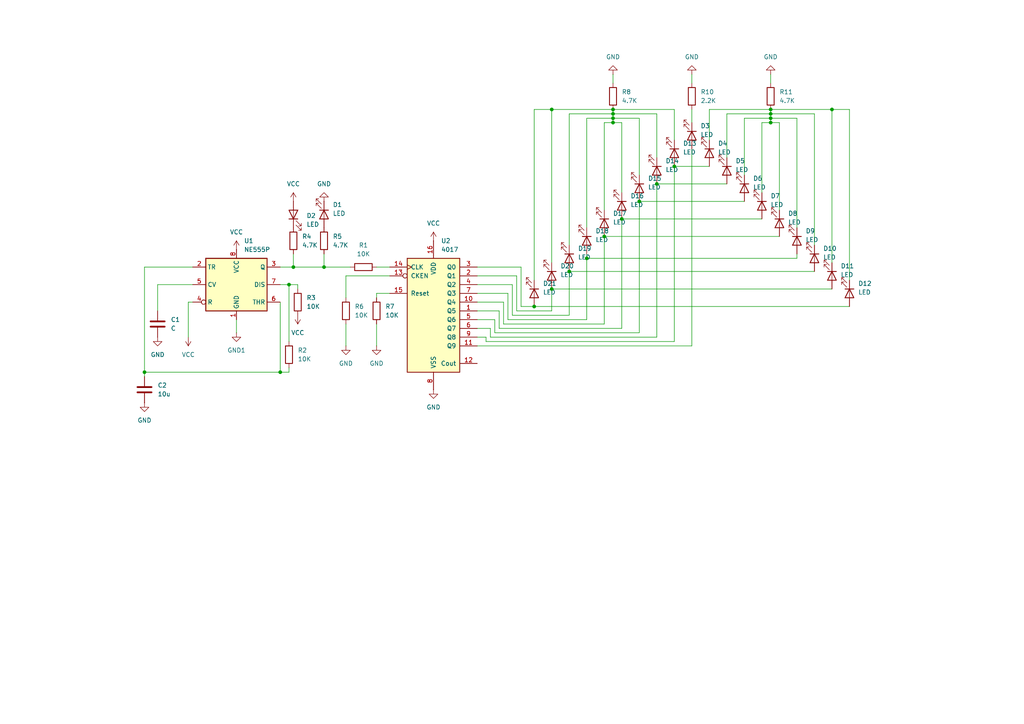
<source format=kicad_sch>
(kicad_sch
	(version 20231120)
	(generator "eeschema")
	(generator_version "8.0")
	(uuid "ba35b8b7-c478-45fc-8a3b-75a01d650245")
	(paper "A4")
	(lib_symbols
		(symbol "4xxx:4017"
			(pin_names
				(offset 1.016)
			)
			(exclude_from_sim no)
			(in_bom yes)
			(on_board yes)
			(property "Reference" "U"
				(at -7.62 16.51 0)
				(effects
					(font
						(size 1.27 1.27)
					)
				)
			)
			(property "Value" "4017"
				(at -7.62 -19.05 0)
				(effects
					(font
						(size 1.27 1.27)
					)
				)
			)
			(property "Footprint" ""
				(at 0 0 0)
				(effects
					(font
						(size 1.27 1.27)
					)
					(hide yes)
				)
			)
			(property "Datasheet" "http://www.intersil.com/content/dam/Intersil/documents/cd40/cd4017bms-22bms.pdf"
				(at 0 0 0)
				(effects
					(font
						(size 1.27 1.27)
					)
					(hide yes)
				)
			)
			(property "Description" "Johnson Counter ( 10 outputs )"
				(at 0 0 0)
				(effects
					(font
						(size 1.27 1.27)
					)
					(hide yes)
				)
			)
			(property "ki_locked" ""
				(at 0 0 0)
				(effects
					(font
						(size 1.27 1.27)
					)
				)
			)
			(property "ki_keywords" "CNT CNT10"
				(at 0 0 0)
				(effects
					(font
						(size 1.27 1.27)
					)
					(hide yes)
				)
			)
			(property "ki_fp_filters" "DIP?16*"
				(at 0 0 0)
				(effects
					(font
						(size 1.27 1.27)
					)
					(hide yes)
				)
			)
			(symbol "4017_1_0"
				(pin output line
					(at 12.7 0 180)
					(length 5.08)
					(name "Q5"
						(effects
							(font
								(size 1.27 1.27)
							)
						)
					)
					(number "1"
						(effects
							(font
								(size 1.27 1.27)
							)
						)
					)
				)
				(pin output line
					(at 12.7 2.54 180)
					(length 5.08)
					(name "Q4"
						(effects
							(font
								(size 1.27 1.27)
							)
						)
					)
					(number "10"
						(effects
							(font
								(size 1.27 1.27)
							)
						)
					)
				)
				(pin output line
					(at 12.7 -10.16 180)
					(length 5.08)
					(name "Q9"
						(effects
							(font
								(size 1.27 1.27)
							)
						)
					)
					(number "11"
						(effects
							(font
								(size 1.27 1.27)
							)
						)
					)
				)
				(pin output line
					(at 12.7 -15.24 180)
					(length 5.08)
					(name "Cout"
						(effects
							(font
								(size 1.27 1.27)
							)
						)
					)
					(number "12"
						(effects
							(font
								(size 1.27 1.27)
							)
						)
					)
				)
				(pin input inverted
					(at -12.7 10.16 0)
					(length 5.08)
					(name "CKEN"
						(effects
							(font
								(size 1.27 1.27)
							)
						)
					)
					(number "13"
						(effects
							(font
								(size 1.27 1.27)
							)
						)
					)
				)
				(pin input clock
					(at -12.7 12.7 0)
					(length 5.08)
					(name "CLK"
						(effects
							(font
								(size 1.27 1.27)
							)
						)
					)
					(number "14"
						(effects
							(font
								(size 1.27 1.27)
							)
						)
					)
				)
				(pin input line
					(at -12.7 5.08 0)
					(length 5.08)
					(name "Reset"
						(effects
							(font
								(size 1.27 1.27)
							)
						)
					)
					(number "15"
						(effects
							(font
								(size 1.27 1.27)
							)
						)
					)
				)
				(pin power_in line
					(at 0 20.32 270)
					(length 5.08)
					(name "VDD"
						(effects
							(font
								(size 1.27 1.27)
							)
						)
					)
					(number "16"
						(effects
							(font
								(size 1.27 1.27)
							)
						)
					)
				)
				(pin output line
					(at 12.7 10.16 180)
					(length 5.08)
					(name "Q1"
						(effects
							(font
								(size 1.27 1.27)
							)
						)
					)
					(number "2"
						(effects
							(font
								(size 1.27 1.27)
							)
						)
					)
				)
				(pin output line
					(at 12.7 12.7 180)
					(length 5.08)
					(name "Q0"
						(effects
							(font
								(size 1.27 1.27)
							)
						)
					)
					(number "3"
						(effects
							(font
								(size 1.27 1.27)
							)
						)
					)
				)
				(pin output line
					(at 12.7 7.62 180)
					(length 5.08)
					(name "Q2"
						(effects
							(font
								(size 1.27 1.27)
							)
						)
					)
					(number "4"
						(effects
							(font
								(size 1.27 1.27)
							)
						)
					)
				)
				(pin output line
					(at 12.7 -2.54 180)
					(length 5.08)
					(name "Q6"
						(effects
							(font
								(size 1.27 1.27)
							)
						)
					)
					(number "5"
						(effects
							(font
								(size 1.27 1.27)
							)
						)
					)
				)
				(pin output line
					(at 12.7 -5.08 180)
					(length 5.08)
					(name "Q7"
						(effects
							(font
								(size 1.27 1.27)
							)
						)
					)
					(number "6"
						(effects
							(font
								(size 1.27 1.27)
							)
						)
					)
				)
				(pin output line
					(at 12.7 5.08 180)
					(length 5.08)
					(name "Q3"
						(effects
							(font
								(size 1.27 1.27)
							)
						)
					)
					(number "7"
						(effects
							(font
								(size 1.27 1.27)
							)
						)
					)
				)
				(pin power_in line
					(at 0 -22.86 90)
					(length 5.08)
					(name "VSS"
						(effects
							(font
								(size 1.27 1.27)
							)
						)
					)
					(number "8"
						(effects
							(font
								(size 1.27 1.27)
							)
						)
					)
				)
				(pin output line
					(at 12.7 -7.62 180)
					(length 5.08)
					(name "Q8"
						(effects
							(font
								(size 1.27 1.27)
							)
						)
					)
					(number "9"
						(effects
							(font
								(size 1.27 1.27)
							)
						)
					)
				)
			)
			(symbol "4017_1_1"
				(rectangle
					(start -7.62 15.24)
					(end 7.62 -17.78)
					(stroke
						(width 0.254)
						(type default)
					)
					(fill
						(type background)
					)
				)
			)
		)
		(symbol "Device:C"
			(pin_numbers hide)
			(pin_names
				(offset 0.254)
			)
			(exclude_from_sim no)
			(in_bom yes)
			(on_board yes)
			(property "Reference" "C"
				(at 0.635 2.54 0)
				(effects
					(font
						(size 1.27 1.27)
					)
					(justify left)
				)
			)
			(property "Value" "C"
				(at 0.635 -2.54 0)
				(effects
					(font
						(size 1.27 1.27)
					)
					(justify left)
				)
			)
			(property "Footprint" ""
				(at 0.9652 -3.81 0)
				(effects
					(font
						(size 1.27 1.27)
					)
					(hide yes)
				)
			)
			(property "Datasheet" "~"
				(at 0 0 0)
				(effects
					(font
						(size 1.27 1.27)
					)
					(hide yes)
				)
			)
			(property "Description" "Unpolarized capacitor"
				(at 0 0 0)
				(effects
					(font
						(size 1.27 1.27)
					)
					(hide yes)
				)
			)
			(property "ki_keywords" "cap capacitor"
				(at 0 0 0)
				(effects
					(font
						(size 1.27 1.27)
					)
					(hide yes)
				)
			)
			(property "ki_fp_filters" "C_*"
				(at 0 0 0)
				(effects
					(font
						(size 1.27 1.27)
					)
					(hide yes)
				)
			)
			(symbol "C_0_1"
				(polyline
					(pts
						(xy -2.032 -0.762) (xy 2.032 -0.762)
					)
					(stroke
						(width 0.508)
						(type default)
					)
					(fill
						(type none)
					)
				)
				(polyline
					(pts
						(xy -2.032 0.762) (xy 2.032 0.762)
					)
					(stroke
						(width 0.508)
						(type default)
					)
					(fill
						(type none)
					)
				)
			)
			(symbol "C_1_1"
				(pin passive line
					(at 0 3.81 270)
					(length 2.794)
					(name "~"
						(effects
							(font
								(size 1.27 1.27)
							)
						)
					)
					(number "1"
						(effects
							(font
								(size 1.27 1.27)
							)
						)
					)
				)
				(pin passive line
					(at 0 -3.81 90)
					(length 2.794)
					(name "~"
						(effects
							(font
								(size 1.27 1.27)
							)
						)
					)
					(number "2"
						(effects
							(font
								(size 1.27 1.27)
							)
						)
					)
				)
			)
		)
		(symbol "Device:LED"
			(pin_numbers hide)
			(pin_names
				(offset 1.016) hide)
			(exclude_from_sim no)
			(in_bom yes)
			(on_board yes)
			(property "Reference" "D"
				(at 0 2.54 0)
				(effects
					(font
						(size 1.27 1.27)
					)
				)
			)
			(property "Value" "LED"
				(at 0 -2.54 0)
				(effects
					(font
						(size 1.27 1.27)
					)
				)
			)
			(property "Footprint" ""
				(at 0 0 0)
				(effects
					(font
						(size 1.27 1.27)
					)
					(hide yes)
				)
			)
			(property "Datasheet" "~"
				(at 0 0 0)
				(effects
					(font
						(size 1.27 1.27)
					)
					(hide yes)
				)
			)
			(property "Description" "Light emitting diode"
				(at 0 0 0)
				(effects
					(font
						(size 1.27 1.27)
					)
					(hide yes)
				)
			)
			(property "ki_keywords" "LED diode"
				(at 0 0 0)
				(effects
					(font
						(size 1.27 1.27)
					)
					(hide yes)
				)
			)
			(property "ki_fp_filters" "LED* LED_SMD:* LED_THT:*"
				(at 0 0 0)
				(effects
					(font
						(size 1.27 1.27)
					)
					(hide yes)
				)
			)
			(symbol "LED_0_1"
				(polyline
					(pts
						(xy -1.27 -1.27) (xy -1.27 1.27)
					)
					(stroke
						(width 0.254)
						(type default)
					)
					(fill
						(type none)
					)
				)
				(polyline
					(pts
						(xy -1.27 0) (xy 1.27 0)
					)
					(stroke
						(width 0)
						(type default)
					)
					(fill
						(type none)
					)
				)
				(polyline
					(pts
						(xy 1.27 -1.27) (xy 1.27 1.27) (xy -1.27 0) (xy 1.27 -1.27)
					)
					(stroke
						(width 0.254)
						(type default)
					)
					(fill
						(type none)
					)
				)
				(polyline
					(pts
						(xy -3.048 -0.762) (xy -4.572 -2.286) (xy -3.81 -2.286) (xy -4.572 -2.286) (xy -4.572 -1.524)
					)
					(stroke
						(width 0)
						(type default)
					)
					(fill
						(type none)
					)
				)
				(polyline
					(pts
						(xy -1.778 -0.762) (xy -3.302 -2.286) (xy -2.54 -2.286) (xy -3.302 -2.286) (xy -3.302 -1.524)
					)
					(stroke
						(width 0)
						(type default)
					)
					(fill
						(type none)
					)
				)
			)
			(symbol "LED_1_1"
				(pin passive line
					(at -3.81 0 0)
					(length 2.54)
					(name "K"
						(effects
							(font
								(size 1.27 1.27)
							)
						)
					)
					(number "1"
						(effects
							(font
								(size 1.27 1.27)
							)
						)
					)
				)
				(pin passive line
					(at 3.81 0 180)
					(length 2.54)
					(name "A"
						(effects
							(font
								(size 1.27 1.27)
							)
						)
					)
					(number "2"
						(effects
							(font
								(size 1.27 1.27)
							)
						)
					)
				)
			)
		)
		(symbol "Device:R"
			(pin_numbers hide)
			(pin_names
				(offset 0)
			)
			(exclude_from_sim no)
			(in_bom yes)
			(on_board yes)
			(property "Reference" "R"
				(at 2.032 0 90)
				(effects
					(font
						(size 1.27 1.27)
					)
				)
			)
			(property "Value" "R"
				(at 0 0 90)
				(effects
					(font
						(size 1.27 1.27)
					)
				)
			)
			(property "Footprint" ""
				(at -1.778 0 90)
				(effects
					(font
						(size 1.27 1.27)
					)
					(hide yes)
				)
			)
			(property "Datasheet" "~"
				(at 0 0 0)
				(effects
					(font
						(size 1.27 1.27)
					)
					(hide yes)
				)
			)
			(property "Description" "Resistor"
				(at 0 0 0)
				(effects
					(font
						(size 1.27 1.27)
					)
					(hide yes)
				)
			)
			(property "ki_keywords" "R res resistor"
				(at 0 0 0)
				(effects
					(font
						(size 1.27 1.27)
					)
					(hide yes)
				)
			)
			(property "ki_fp_filters" "R_*"
				(at 0 0 0)
				(effects
					(font
						(size 1.27 1.27)
					)
					(hide yes)
				)
			)
			(symbol "R_0_1"
				(rectangle
					(start -1.016 -2.54)
					(end 1.016 2.54)
					(stroke
						(width 0.254)
						(type default)
					)
					(fill
						(type none)
					)
				)
			)
			(symbol "R_1_1"
				(pin passive line
					(at 0 3.81 270)
					(length 1.27)
					(name "~"
						(effects
							(font
								(size 1.27 1.27)
							)
						)
					)
					(number "1"
						(effects
							(font
								(size 1.27 1.27)
							)
						)
					)
				)
				(pin passive line
					(at 0 -3.81 90)
					(length 1.27)
					(name "~"
						(effects
							(font
								(size 1.27 1.27)
							)
						)
					)
					(number "2"
						(effects
							(font
								(size 1.27 1.27)
							)
						)
					)
				)
			)
		)
		(symbol "Timer:NE555P"
			(exclude_from_sim no)
			(in_bom yes)
			(on_board yes)
			(property "Reference" "U"
				(at -10.16 8.89 0)
				(effects
					(font
						(size 1.27 1.27)
					)
					(justify left)
				)
			)
			(property "Value" "NE555P"
				(at 2.54 8.89 0)
				(effects
					(font
						(size 1.27 1.27)
					)
					(justify left)
				)
			)
			(property "Footprint" "Package_DIP:DIP-8_W7.62mm"
				(at 16.51 -10.16 0)
				(effects
					(font
						(size 1.27 1.27)
					)
					(hide yes)
				)
			)
			(property "Datasheet" "http://www.ti.com/lit/ds/symlink/ne555.pdf"
				(at 21.59 -10.16 0)
				(effects
					(font
						(size 1.27 1.27)
					)
					(hide yes)
				)
			)
			(property "Description" "Precision Timers, 555 compatible,  PDIP-8"
				(at 0 0 0)
				(effects
					(font
						(size 1.27 1.27)
					)
					(hide yes)
				)
			)
			(property "ki_keywords" "single timer 555"
				(at 0 0 0)
				(effects
					(font
						(size 1.27 1.27)
					)
					(hide yes)
				)
			)
			(property "ki_fp_filters" "DIP*W7.62mm*"
				(at 0 0 0)
				(effects
					(font
						(size 1.27 1.27)
					)
					(hide yes)
				)
			)
			(symbol "NE555P_0_0"
				(pin power_in line
					(at 0 -10.16 90)
					(length 2.54)
					(name "GND"
						(effects
							(font
								(size 1.27 1.27)
							)
						)
					)
					(number "1"
						(effects
							(font
								(size 1.27 1.27)
							)
						)
					)
				)
				(pin power_in line
					(at 0 10.16 270)
					(length 2.54)
					(name "VCC"
						(effects
							(font
								(size 1.27 1.27)
							)
						)
					)
					(number "8"
						(effects
							(font
								(size 1.27 1.27)
							)
						)
					)
				)
			)
			(symbol "NE555P_0_1"
				(rectangle
					(start -8.89 -7.62)
					(end 8.89 7.62)
					(stroke
						(width 0.254)
						(type default)
					)
					(fill
						(type background)
					)
				)
				(rectangle
					(start -8.89 -7.62)
					(end 8.89 7.62)
					(stroke
						(width 0.254)
						(type default)
					)
					(fill
						(type background)
					)
				)
			)
			(symbol "NE555P_1_1"
				(pin input line
					(at -12.7 5.08 0)
					(length 3.81)
					(name "TR"
						(effects
							(font
								(size 1.27 1.27)
							)
						)
					)
					(number "2"
						(effects
							(font
								(size 1.27 1.27)
							)
						)
					)
				)
				(pin output line
					(at 12.7 5.08 180)
					(length 3.81)
					(name "Q"
						(effects
							(font
								(size 1.27 1.27)
							)
						)
					)
					(number "3"
						(effects
							(font
								(size 1.27 1.27)
							)
						)
					)
				)
				(pin input inverted
					(at -12.7 -5.08 0)
					(length 3.81)
					(name "R"
						(effects
							(font
								(size 1.27 1.27)
							)
						)
					)
					(number "4"
						(effects
							(font
								(size 1.27 1.27)
							)
						)
					)
				)
				(pin input line
					(at -12.7 0 0)
					(length 3.81)
					(name "CV"
						(effects
							(font
								(size 1.27 1.27)
							)
						)
					)
					(number "5"
						(effects
							(font
								(size 1.27 1.27)
							)
						)
					)
				)
				(pin input line
					(at 12.7 -5.08 180)
					(length 3.81)
					(name "THR"
						(effects
							(font
								(size 1.27 1.27)
							)
						)
					)
					(number "6"
						(effects
							(font
								(size 1.27 1.27)
							)
						)
					)
				)
				(pin input line
					(at 12.7 0 180)
					(length 3.81)
					(name "DIS"
						(effects
							(font
								(size 1.27 1.27)
							)
						)
					)
					(number "7"
						(effects
							(font
								(size 1.27 1.27)
							)
						)
					)
				)
			)
		)
		(symbol "power:GND"
			(power)
			(pin_numbers hide)
			(pin_names
				(offset 0) hide)
			(exclude_from_sim no)
			(in_bom yes)
			(on_board yes)
			(property "Reference" "#PWR"
				(at 0 -6.35 0)
				(effects
					(font
						(size 1.27 1.27)
					)
					(hide yes)
				)
			)
			(property "Value" "GND"
				(at 0 -3.81 0)
				(effects
					(font
						(size 1.27 1.27)
					)
				)
			)
			(property "Footprint" ""
				(at 0 0 0)
				(effects
					(font
						(size 1.27 1.27)
					)
					(hide yes)
				)
			)
			(property "Datasheet" ""
				(at 0 0 0)
				(effects
					(font
						(size 1.27 1.27)
					)
					(hide yes)
				)
			)
			(property "Description" "Power symbol creates a global label with name \"GND\" , ground"
				(at 0 0 0)
				(effects
					(font
						(size 1.27 1.27)
					)
					(hide yes)
				)
			)
			(property "ki_keywords" "global power"
				(at 0 0 0)
				(effects
					(font
						(size 1.27 1.27)
					)
					(hide yes)
				)
			)
			(symbol "GND_0_1"
				(polyline
					(pts
						(xy 0 0) (xy 0 -1.27) (xy 1.27 -1.27) (xy 0 -2.54) (xy -1.27 -1.27) (xy 0 -1.27)
					)
					(stroke
						(width 0)
						(type default)
					)
					(fill
						(type none)
					)
				)
			)
			(symbol "GND_1_1"
				(pin power_in line
					(at 0 0 270)
					(length 0)
					(name "~"
						(effects
							(font
								(size 1.27 1.27)
							)
						)
					)
					(number "1"
						(effects
							(font
								(size 1.27 1.27)
							)
						)
					)
				)
			)
		)
		(symbol "power:GND1"
			(power)
			(pin_numbers hide)
			(pin_names
				(offset 0) hide)
			(exclude_from_sim no)
			(in_bom yes)
			(on_board yes)
			(property "Reference" "#PWR"
				(at 0 -6.35 0)
				(effects
					(font
						(size 1.27 1.27)
					)
					(hide yes)
				)
			)
			(property "Value" "GND1"
				(at 0 -3.81 0)
				(effects
					(font
						(size 1.27 1.27)
					)
				)
			)
			(property "Footprint" ""
				(at 0 0 0)
				(effects
					(font
						(size 1.27 1.27)
					)
					(hide yes)
				)
			)
			(property "Datasheet" ""
				(at 0 0 0)
				(effects
					(font
						(size 1.27 1.27)
					)
					(hide yes)
				)
			)
			(property "Description" "Power symbol creates a global label with name \"GND1\" , ground"
				(at 0 0 0)
				(effects
					(font
						(size 1.27 1.27)
					)
					(hide yes)
				)
			)
			(property "ki_keywords" "global power"
				(at 0 0 0)
				(effects
					(font
						(size 1.27 1.27)
					)
					(hide yes)
				)
			)
			(symbol "GND1_0_1"
				(polyline
					(pts
						(xy 0 0) (xy 0 -1.27) (xy 1.27 -1.27) (xy 0 -2.54) (xy -1.27 -1.27) (xy 0 -1.27)
					)
					(stroke
						(width 0)
						(type default)
					)
					(fill
						(type none)
					)
				)
			)
			(symbol "GND1_1_1"
				(pin power_in line
					(at 0 0 270)
					(length 0)
					(name "~"
						(effects
							(font
								(size 1.27 1.27)
							)
						)
					)
					(number "1"
						(effects
							(font
								(size 1.27 1.27)
							)
						)
					)
				)
			)
		)
		(symbol "power:VCC"
			(power)
			(pin_numbers hide)
			(pin_names
				(offset 0) hide)
			(exclude_from_sim no)
			(in_bom yes)
			(on_board yes)
			(property "Reference" "#PWR"
				(at 0 -3.81 0)
				(effects
					(font
						(size 1.27 1.27)
					)
					(hide yes)
				)
			)
			(property "Value" "VCC"
				(at 0 3.556 0)
				(effects
					(font
						(size 1.27 1.27)
					)
				)
			)
			(property "Footprint" ""
				(at 0 0 0)
				(effects
					(font
						(size 1.27 1.27)
					)
					(hide yes)
				)
			)
			(property "Datasheet" ""
				(at 0 0 0)
				(effects
					(font
						(size 1.27 1.27)
					)
					(hide yes)
				)
			)
			(property "Description" "Power symbol creates a global label with name \"VCC\""
				(at 0 0 0)
				(effects
					(font
						(size 1.27 1.27)
					)
					(hide yes)
				)
			)
			(property "ki_keywords" "global power"
				(at 0 0 0)
				(effects
					(font
						(size 1.27 1.27)
					)
					(hide yes)
				)
			)
			(symbol "VCC_0_1"
				(polyline
					(pts
						(xy -0.762 1.27) (xy 0 2.54)
					)
					(stroke
						(width 0)
						(type default)
					)
					(fill
						(type none)
					)
				)
				(polyline
					(pts
						(xy 0 0) (xy 0 2.54)
					)
					(stroke
						(width 0)
						(type default)
					)
					(fill
						(type none)
					)
				)
				(polyline
					(pts
						(xy 0 2.54) (xy 0.762 1.27)
					)
					(stroke
						(width 0)
						(type default)
					)
					(fill
						(type none)
					)
				)
			)
			(symbol "VCC_1_1"
				(pin power_in line
					(at 0 0 90)
					(length 0)
					(name "~"
						(effects
							(font
								(size 1.27 1.27)
							)
						)
					)
					(number "1"
						(effects
							(font
								(size 1.27 1.27)
							)
						)
					)
				)
			)
		)
	)
	(junction
		(at 223.52 35.56)
		(diameter 0)
		(color 0 0 0 0)
		(uuid "0f9bb31b-d8bc-4eed-9575-601b82d6098e")
	)
	(junction
		(at 223.52 34.29)
		(diameter 0)
		(color 0 0 0 0)
		(uuid "35644821-f656-4eb1-a7d2-0c4d323b37c8")
	)
	(junction
		(at 190.5 53.34)
		(diameter 0)
		(color 0 0 0 0)
		(uuid "39238f1e-d195-44a0-a560-70e7e9c16e90")
	)
	(junction
		(at 241.3 31.75)
		(diameter 0)
		(color 0 0 0 0)
		(uuid "3d26212d-ff0f-4393-89b4-4a2c348be946")
	)
	(junction
		(at 160.02 31.75)
		(diameter 0)
		(color 0 0 0 0)
		(uuid "443dbf67-4723-4b78-b10d-ababf7002f12")
	)
	(junction
		(at 177.8 34.29)
		(diameter 0)
		(color 0 0 0 0)
		(uuid "4799a098-5adb-4758-9df0-4bdeb43e9e46")
	)
	(junction
		(at 175.26 68.58)
		(diameter 0)
		(color 0 0 0 0)
		(uuid "617f39f5-8bf6-46ec-bbe4-65dc7986a4c3")
	)
	(junction
		(at 177.8 31.75)
		(diameter 0)
		(color 0 0 0 0)
		(uuid "6852d44c-6433-4a1a-8925-29da7558c333")
	)
	(junction
		(at 160.02 83.82)
		(diameter 0)
		(color 0 0 0 0)
		(uuid "69a5b034-0dd8-4a7a-b78e-dbf5021449a7")
	)
	(junction
		(at 185.42 58.42)
		(diameter 0)
		(color 0 0 0 0)
		(uuid "75d0df13-e07d-493e-a1ae-9847c4befce0")
	)
	(junction
		(at 154.94 88.9)
		(diameter 0)
		(color 0 0 0 0)
		(uuid "7e2f1cfb-1e63-4ba2-99bf-bb656cbc0f20")
	)
	(junction
		(at 223.52 33.02)
		(diameter 0)
		(color 0 0 0 0)
		(uuid "89fddb57-9f65-4333-8a70-77cb879ba50f")
	)
	(junction
		(at 165.1 78.74)
		(diameter 0)
		(color 0 0 0 0)
		(uuid "8f416c04-c398-440c-a1dc-b4d12d7b7179")
	)
	(junction
		(at 83.82 82.55)
		(diameter 0)
		(color 0 0 0 0)
		(uuid "8ffe200c-09cb-440d-8908-108a9283d971")
	)
	(junction
		(at 41.91 107.95)
		(diameter 0)
		(color 0 0 0 0)
		(uuid "93e2dfe6-538c-41b6-94b6-2a2208ce4774")
	)
	(junction
		(at 180.34 63.5)
		(diameter 0)
		(color 0 0 0 0)
		(uuid "9d7967a4-6db1-4554-b444-9441e49b84a9")
	)
	(junction
		(at 177.8 35.56)
		(diameter 0)
		(color 0 0 0 0)
		(uuid "9f5fe0fb-bdcf-46be-8c95-26269491d6f5")
	)
	(junction
		(at 170.18 74.93)
		(diameter 0)
		(color 0 0 0 0)
		(uuid "a5c38ce4-7f77-4b6c-8632-6f655ef0c5ec")
	)
	(junction
		(at 177.8 33.02)
		(diameter 0)
		(color 0 0 0 0)
		(uuid "b58a48a7-2f41-46c6-ac4c-9f4aac46d567")
	)
	(junction
		(at 81.28 107.95)
		(diameter 0)
		(color 0 0 0 0)
		(uuid "c1baffba-c790-4d73-9523-dc1c173f86f1")
	)
	(junction
		(at 195.58 48.26)
		(diameter 0)
		(color 0 0 0 0)
		(uuid "d0761f33-b985-4253-b56d-35e5dba8ea86")
	)
	(junction
		(at 223.52 31.75)
		(diameter 0)
		(color 0 0 0 0)
		(uuid "de1cce41-6958-4b9f-98f9-89733b933075")
	)
	(junction
		(at 93.98 77.47)
		(diameter 0)
		(color 0 0 0 0)
		(uuid "f0332985-bc2b-4861-a44f-1d90e25fff56")
	)
	(junction
		(at 85.09 77.47)
		(diameter 0)
		(color 0 0 0 0)
		(uuid "f52345f6-04d6-43d0-824c-c8d8a3a94bfe")
	)
	(wire
		(pts
			(xy 100.33 80.01) (xy 100.33 86.36)
		)
		(stroke
			(width 0)
			(type default)
		)
		(uuid "00dde695-eeb3-4894-82c0-d61a192b3702")
	)
	(wire
		(pts
			(xy 41.91 77.47) (xy 55.88 77.47)
		)
		(stroke
			(width 0)
			(type default)
		)
		(uuid "0250871d-a5b2-473d-9e8e-250c7427f8dc")
	)
	(wire
		(pts
			(xy 190.5 45.72) (xy 190.5 33.02)
		)
		(stroke
			(width 0)
			(type default)
		)
		(uuid "025c928c-e656-474b-a678-4a760325d882")
	)
	(wire
		(pts
			(xy 205.74 40.64) (xy 205.74 31.75)
		)
		(stroke
			(width 0)
			(type default)
		)
		(uuid "092a6670-a727-4199-8904-cbfdc2ef080d")
	)
	(wire
		(pts
			(xy 144.78 90.17) (xy 144.78 95.25)
		)
		(stroke
			(width 0)
			(type default)
		)
		(uuid "093f60f7-4087-4c17-80d6-82524ae1fa29")
	)
	(wire
		(pts
			(xy 144.78 95.25) (xy 180.34 95.25)
		)
		(stroke
			(width 0)
			(type default)
		)
		(uuid "0af75af4-69be-4995-ae45-104366ff8851")
	)
	(wire
		(pts
			(xy 86.36 82.55) (xy 86.36 83.82)
		)
		(stroke
			(width 0)
			(type default)
		)
		(uuid "0b229a3f-9343-4734-aafc-e4a2ebf22da6")
	)
	(wire
		(pts
			(xy 236.22 33.02) (xy 223.52 33.02)
		)
		(stroke
			(width 0)
			(type default)
		)
		(uuid "0cdee061-5f03-4c7e-b150-ec786e0bba25")
	)
	(wire
		(pts
			(xy 170.18 66.04) (xy 170.18 34.29)
		)
		(stroke
			(width 0)
			(type default)
		)
		(uuid "0e115a1a-5d5e-4a99-b6fc-fa57b4acf2e4")
	)
	(wire
		(pts
			(xy 54.61 87.63) (xy 54.61 97.79)
		)
		(stroke
			(width 0)
			(type default)
		)
		(uuid "0e929baa-8010-4226-928a-9f8bdb7ae967")
	)
	(wire
		(pts
			(xy 195.58 40.64) (xy 195.58 31.75)
		)
		(stroke
			(width 0)
			(type default)
		)
		(uuid "10287dee-db21-4946-9847-8a426fda4921")
	)
	(wire
		(pts
			(xy 148.59 91.44) (xy 165.1 91.44)
		)
		(stroke
			(width 0)
			(type default)
		)
		(uuid "10f800d8-9ee9-42d1-bccf-b6d21852e9ec")
	)
	(wire
		(pts
			(xy 223.52 35.56) (xy 223.52 34.29)
		)
		(stroke
			(width 0)
			(type default)
		)
		(uuid "135c5df7-9381-46a2-8c69-c7b3f6edacb3")
	)
	(wire
		(pts
			(xy 195.58 99.06) (xy 195.58 48.26)
		)
		(stroke
			(width 0)
			(type default)
		)
		(uuid "16ba0820-fb63-497f-834f-7ed8b20b78e6")
	)
	(wire
		(pts
			(xy 146.05 87.63) (xy 146.05 93.98)
		)
		(stroke
			(width 0)
			(type default)
		)
		(uuid "17e15bab-c227-4707-8945-36e6a2774135")
	)
	(wire
		(pts
			(xy 138.43 95.25) (xy 142.24 95.25)
		)
		(stroke
			(width 0)
			(type default)
		)
		(uuid "1980d311-4ae8-49ff-81ef-c13694b241cd")
	)
	(wire
		(pts
			(xy 246.38 31.75) (xy 241.3 31.75)
		)
		(stroke
			(width 0)
			(type default)
		)
		(uuid "19f0639a-fd64-4c63-b195-b9d71c161c5d")
	)
	(wire
		(pts
			(xy 109.22 85.09) (xy 109.22 86.36)
		)
		(stroke
			(width 0)
			(type default)
		)
		(uuid "1c8024f8-cf57-4b01-a1a3-9172e7ed516f")
	)
	(wire
		(pts
			(xy 151.13 77.47) (xy 151.13 88.9)
		)
		(stroke
			(width 0)
			(type default)
		)
		(uuid "1dc5523a-d20f-4ead-ab65-4da2bca73b91")
	)
	(wire
		(pts
			(xy 149.86 90.17) (xy 160.02 90.17)
		)
		(stroke
			(width 0)
			(type default)
		)
		(uuid "201b4be8-1708-489e-a042-3da9f001dcb9")
	)
	(wire
		(pts
			(xy 160.02 76.2) (xy 160.02 31.75)
		)
		(stroke
			(width 0)
			(type default)
		)
		(uuid "2b423bd9-6587-47bf-85a4-8cc286f19bcd")
	)
	(wire
		(pts
			(xy 85.09 73.66) (xy 85.09 77.47)
		)
		(stroke
			(width 0)
			(type default)
		)
		(uuid "2bdf767f-16fa-49bb-a898-779dfbe67f67")
	)
	(wire
		(pts
			(xy 138.43 87.63) (xy 146.05 87.63)
		)
		(stroke
			(width 0)
			(type default)
		)
		(uuid "2c4a5bc8-efa1-4e59-bc2a-eacff67da15d")
	)
	(wire
		(pts
			(xy 185.42 50.8) (xy 185.42 34.29)
		)
		(stroke
			(width 0)
			(type default)
		)
		(uuid "2d8ebeef-d413-4c3b-ab34-d57b9d062e3e")
	)
	(wire
		(pts
			(xy 100.33 93.98) (xy 100.33 100.33)
		)
		(stroke
			(width 0)
			(type default)
		)
		(uuid "2fe47b11-5a9f-49f6-86ff-b011f82cd699")
	)
	(wire
		(pts
			(xy 223.52 34.29) (xy 223.52 33.02)
		)
		(stroke
			(width 0)
			(type default)
		)
		(uuid "31dbb354-90f4-4f00-8605-64d1b8961a9a")
	)
	(wire
		(pts
			(xy 138.43 80.01) (xy 149.86 80.01)
		)
		(stroke
			(width 0)
			(type default)
		)
		(uuid "3b9e108a-e86f-421d-b8f9-ab28992284f4")
	)
	(wire
		(pts
			(xy 180.34 63.5) (xy 220.98 63.5)
		)
		(stroke
			(width 0)
			(type default)
		)
		(uuid "3d66eecd-9f03-4824-8edd-ea95503ab58f")
	)
	(wire
		(pts
			(xy 142.24 95.25) (xy 142.24 97.79)
		)
		(stroke
			(width 0)
			(type default)
		)
		(uuid "401dc578-81d5-4dc9-86ae-8cd8665428b9")
	)
	(wire
		(pts
			(xy 195.58 31.75) (xy 177.8 31.75)
		)
		(stroke
			(width 0)
			(type default)
		)
		(uuid "4308d3ca-6ded-43ab-8acd-ad6c39d1892c")
	)
	(wire
		(pts
			(xy 226.06 60.96) (xy 226.06 35.56)
		)
		(stroke
			(width 0)
			(type default)
		)
		(uuid "45409269-ecb5-44f3-bd01-c41c6174616f")
	)
	(wire
		(pts
			(xy 210.82 33.02) (xy 223.52 33.02)
		)
		(stroke
			(width 0)
			(type default)
		)
		(uuid "45e2423c-919b-46fe-8eb7-5af15ad11508")
	)
	(wire
		(pts
			(xy 83.82 107.95) (xy 81.28 107.95)
		)
		(stroke
			(width 0)
			(type default)
		)
		(uuid "467da487-2a4d-4a14-a1dd-d853731dd458")
	)
	(wire
		(pts
			(xy 45.72 90.17) (xy 45.72 82.55)
		)
		(stroke
			(width 0)
			(type default)
		)
		(uuid "472d7c0f-565d-4052-8e73-9dc8735a2465")
	)
	(wire
		(pts
			(xy 147.32 92.71) (xy 170.18 92.71)
		)
		(stroke
			(width 0)
			(type default)
		)
		(uuid "473923bb-651c-4484-a148-12c366d89f8b")
	)
	(wire
		(pts
			(xy 113.03 85.09) (xy 109.22 85.09)
		)
		(stroke
			(width 0)
			(type default)
		)
		(uuid "47b60caa-850a-4ccb-8752-ed1e3ae63745")
	)
	(wire
		(pts
			(xy 185.42 58.42) (xy 215.9 58.42)
		)
		(stroke
			(width 0)
			(type default)
		)
		(uuid "488e6ae1-1e9a-4aac-b82f-dee13253625b")
	)
	(wire
		(pts
			(xy 231.14 73.66) (xy 231.14 74.93)
		)
		(stroke
			(width 0)
			(type default)
		)
		(uuid "4f82d3b0-7a0f-4eec-84fb-6bb49cd8ded9")
	)
	(wire
		(pts
			(xy 223.52 33.02) (xy 223.52 31.75)
		)
		(stroke
			(width 0)
			(type default)
		)
		(uuid "4fbe6099-d2ea-4ea6-b7cc-81ab21775f06")
	)
	(wire
		(pts
			(xy 190.5 97.79) (xy 190.5 53.34)
		)
		(stroke
			(width 0)
			(type default)
		)
		(uuid "500c5148-c12f-4379-ae39-89f0b5ce15de")
	)
	(wire
		(pts
			(xy 165.1 33.02) (xy 177.8 33.02)
		)
		(stroke
			(width 0)
			(type default)
		)
		(uuid "50ab8728-4af6-4b55-a979-77948fc81bb9")
	)
	(wire
		(pts
			(xy 85.09 77.47) (xy 93.98 77.47)
		)
		(stroke
			(width 0)
			(type default)
		)
		(uuid "51dbc9ba-003b-4a47-94cc-6ad1cdbcc171")
	)
	(wire
		(pts
			(xy 151.13 88.9) (xy 154.94 88.9)
		)
		(stroke
			(width 0)
			(type default)
		)
		(uuid "51eb7f8d-218a-4f96-945b-7b89555b46ed")
	)
	(wire
		(pts
			(xy 190.5 53.34) (xy 210.82 53.34)
		)
		(stroke
			(width 0)
			(type default)
		)
		(uuid "531bc8e2-48ec-46ae-8b24-0cda5d6a8df3")
	)
	(wire
		(pts
			(xy 177.8 33.02) (xy 177.8 34.29)
		)
		(stroke
			(width 0)
			(type default)
		)
		(uuid "59030648-3bb3-4769-8a16-a3d6de5d84fa")
	)
	(wire
		(pts
			(xy 93.98 73.66) (xy 93.98 77.47)
		)
		(stroke
			(width 0)
			(type default)
		)
		(uuid "5d997a99-346e-458d-8439-7b18699072f7")
	)
	(wire
		(pts
			(xy 177.8 35.56) (xy 177.8 34.29)
		)
		(stroke
			(width 0)
			(type default)
		)
		(uuid "60ebf016-2148-4ce6-b057-4b50a304e48c")
	)
	(wire
		(pts
			(xy 83.82 82.55) (xy 83.82 99.06)
		)
		(stroke
			(width 0)
			(type default)
		)
		(uuid "61bc849c-0dc1-433e-a944-3b212b335e22")
	)
	(wire
		(pts
			(xy 177.8 21.59) (xy 177.8 24.13)
		)
		(stroke
			(width 0)
			(type default)
		)
		(uuid "637b7e4f-c6fc-4ec5-b2b4-ccf51b9269c3")
	)
	(wire
		(pts
			(xy 236.22 71.12) (xy 236.22 33.02)
		)
		(stroke
			(width 0)
			(type default)
		)
		(uuid "647c9484-b10d-4fc7-b5ed-a21cfc2d8fc3")
	)
	(wire
		(pts
			(xy 170.18 92.71) (xy 170.18 74.93)
		)
		(stroke
			(width 0)
			(type default)
		)
		(uuid "68984ece-9b1d-44e2-a05b-abd552497d3c")
	)
	(wire
		(pts
			(xy 175.26 60.96) (xy 175.26 35.56)
		)
		(stroke
			(width 0)
			(type default)
		)
		(uuid "69158d99-a85a-446c-ab3b-a97a04343953")
	)
	(wire
		(pts
			(xy 215.9 34.29) (xy 223.52 34.29)
		)
		(stroke
			(width 0)
			(type default)
		)
		(uuid "699cb2d6-21e0-4f7b-ad35-b0d2f1975a91")
	)
	(wire
		(pts
			(xy 148.59 82.55) (xy 148.59 91.44)
		)
		(stroke
			(width 0)
			(type default)
		)
		(uuid "6a235fbd-b697-4aea-bad8-44eefb61f740")
	)
	(wire
		(pts
			(xy 154.94 88.9) (xy 246.38 88.9)
		)
		(stroke
			(width 0)
			(type default)
		)
		(uuid "6fda8ced-0da7-49ba-aad9-2c0a744bd351")
	)
	(wire
		(pts
			(xy 160.02 83.82) (xy 241.3 83.82)
		)
		(stroke
			(width 0)
			(type default)
		)
		(uuid "6ff758e7-e204-4f84-8d1e-f8c9f3b92259")
	)
	(wire
		(pts
			(xy 138.43 82.55) (xy 148.59 82.55)
		)
		(stroke
			(width 0)
			(type default)
		)
		(uuid "72e909c9-96f1-440e-bcbe-28d893d4a6fd")
	)
	(wire
		(pts
			(xy 143.51 96.52) (xy 185.42 96.52)
		)
		(stroke
			(width 0)
			(type default)
		)
		(uuid "74834698-4468-4a08-a989-8bbef76457b1")
	)
	(wire
		(pts
			(xy 180.34 95.25) (xy 180.34 63.5)
		)
		(stroke
			(width 0)
			(type default)
		)
		(uuid "74a6c5d7-db95-4940-bff8-58df44e0777b")
	)
	(wire
		(pts
			(xy 175.26 35.56) (xy 177.8 35.56)
		)
		(stroke
			(width 0)
			(type default)
		)
		(uuid "752f2dc9-8011-44bd-b696-c9e5a4782a89")
	)
	(wire
		(pts
			(xy 154.94 81.28) (xy 154.94 31.75)
		)
		(stroke
			(width 0)
			(type default)
		)
		(uuid "7545a96a-a606-4670-a554-6a86981f4ecf")
	)
	(wire
		(pts
			(xy 142.24 97.79) (xy 190.5 97.79)
		)
		(stroke
			(width 0)
			(type default)
		)
		(uuid "7d051f74-e25c-4b9d-8f90-1b282f94510e")
	)
	(wire
		(pts
			(xy 200.66 100.33) (xy 200.66 43.18)
		)
		(stroke
			(width 0)
			(type default)
		)
		(uuid "7dbc3b8c-4988-4dfe-b0ed-80f9493b0bdb")
	)
	(wire
		(pts
			(xy 220.98 55.88) (xy 220.98 35.56)
		)
		(stroke
			(width 0)
			(type default)
		)
		(uuid "831dbf60-3bfd-4f30-9160-f0dce3cbf816")
	)
	(wire
		(pts
			(xy 175.26 68.58) (xy 226.06 68.58)
		)
		(stroke
			(width 0)
			(type default)
		)
		(uuid "84ffae5e-5747-4f7a-9d11-fc354be33cad")
	)
	(wire
		(pts
			(xy 180.34 55.88) (xy 180.34 35.56)
		)
		(stroke
			(width 0)
			(type default)
		)
		(uuid "863d57ce-9007-4a9c-9d7c-22c4e970b9cf")
	)
	(wire
		(pts
			(xy 113.03 80.01) (xy 100.33 80.01)
		)
		(stroke
			(width 0)
			(type default)
		)
		(uuid "867ebb43-bd91-4503-9e18-90743d9dd0f3")
	)
	(wire
		(pts
			(xy 185.42 96.52) (xy 185.42 58.42)
		)
		(stroke
			(width 0)
			(type default)
		)
		(uuid "86c564bf-3ca6-4f02-a734-e14fb4c7494a")
	)
	(wire
		(pts
			(xy 160.02 83.82) (xy 160.02 90.17)
		)
		(stroke
			(width 0)
			(type default)
		)
		(uuid "89d89599-e7f3-4993-a674-3d5e2b5b5bba")
	)
	(wire
		(pts
			(xy 140.97 97.79) (xy 140.97 99.06)
		)
		(stroke
			(width 0)
			(type default)
		)
		(uuid "8ac830a7-bfa4-40e8-bdf0-0dce4bedc61c")
	)
	(wire
		(pts
			(xy 231.14 66.04) (xy 231.14 34.29)
		)
		(stroke
			(width 0)
			(type default)
		)
		(uuid "93261a0b-323d-40c3-831c-a2f5080100d5")
	)
	(wire
		(pts
			(xy 160.02 31.75) (xy 177.8 31.75)
		)
		(stroke
			(width 0)
			(type default)
		)
		(uuid "9437c998-7384-44d2-8475-f0ae3979030d")
	)
	(wire
		(pts
			(xy 149.86 80.01) (xy 149.86 90.17)
		)
		(stroke
			(width 0)
			(type default)
		)
		(uuid "95345376-2397-4dee-953a-ab4e2d4c3ebc")
	)
	(wire
		(pts
			(xy 231.14 34.29) (xy 223.52 34.29)
		)
		(stroke
			(width 0)
			(type default)
		)
		(uuid "9665669f-82a9-430e-adff-4d789a3e225e")
	)
	(wire
		(pts
			(xy 143.51 92.71) (xy 143.51 96.52)
		)
		(stroke
			(width 0)
			(type default)
		)
		(uuid "9819164f-7bdf-4797-9632-b57b3f973d73")
	)
	(wire
		(pts
			(xy 165.1 71.12) (xy 165.1 33.02)
		)
		(stroke
			(width 0)
			(type default)
		)
		(uuid "a0a25fbc-9863-43f9-a75f-8faaf1625843")
	)
	(wire
		(pts
			(xy 109.22 93.98) (xy 109.22 100.33)
		)
		(stroke
			(width 0)
			(type default)
		)
		(uuid "a5150aad-852b-4345-94ad-dae643e92d9a")
	)
	(wire
		(pts
			(xy 223.52 21.59) (xy 223.52 24.13)
		)
		(stroke
			(width 0)
			(type default)
		)
		(uuid "a5692b04-115d-4f56-832e-932edc4e5ba6")
	)
	(wire
		(pts
			(xy 165.1 78.74) (xy 165.1 91.44)
		)
		(stroke
			(width 0)
			(type default)
		)
		(uuid "a6cdaa11-1d99-409e-b28b-bc8f0f98d967")
	)
	(wire
		(pts
			(xy 93.98 77.47) (xy 101.6 77.47)
		)
		(stroke
			(width 0)
			(type default)
		)
		(uuid "a8af8e12-5270-4538-a413-0fb5a67396e9")
	)
	(wire
		(pts
			(xy 81.28 107.95) (xy 41.91 107.95)
		)
		(stroke
			(width 0)
			(type default)
		)
		(uuid "ab1f27a7-1ee5-4aa2-a511-84bc75e88dbb")
	)
	(wire
		(pts
			(xy 146.05 93.98) (xy 175.26 93.98)
		)
		(stroke
			(width 0)
			(type default)
		)
		(uuid "af31ff16-8282-4af0-8b08-64974dc09024")
	)
	(wire
		(pts
			(xy 170.18 74.93) (xy 170.18 73.66)
		)
		(stroke
			(width 0)
			(type default)
		)
		(uuid "b074ed73-bd69-41d4-9f55-ff53dd18bee1")
	)
	(wire
		(pts
			(xy 180.34 35.56) (xy 177.8 35.56)
		)
		(stroke
			(width 0)
			(type default)
		)
		(uuid "b256c698-105e-4030-8d67-334df935005f")
	)
	(wire
		(pts
			(xy 241.3 76.2) (xy 241.3 31.75)
		)
		(stroke
			(width 0)
			(type default)
		)
		(uuid "b41ad355-565c-44fe-81d8-f5a88911d7c1")
	)
	(wire
		(pts
			(xy 41.91 107.95) (xy 41.91 77.47)
		)
		(stroke
			(width 0)
			(type default)
		)
		(uuid "b4abca2d-8ad2-4701-98af-7ae5e07a0c93")
	)
	(wire
		(pts
			(xy 154.94 31.75) (xy 160.02 31.75)
		)
		(stroke
			(width 0)
			(type default)
		)
		(uuid "b6f97b9f-e566-4229-87bb-1d37fbb8c080")
	)
	(wire
		(pts
			(xy 175.26 93.98) (xy 175.26 68.58)
		)
		(stroke
			(width 0)
			(type default)
		)
		(uuid "ba1f9d8c-ac5f-45b4-9439-5cdff48df6a7")
	)
	(wire
		(pts
			(xy 138.43 90.17) (xy 144.78 90.17)
		)
		(stroke
			(width 0)
			(type default)
		)
		(uuid "ba85b36f-12a5-4397-b5f7-32c6386e044e")
	)
	(wire
		(pts
			(xy 109.22 77.47) (xy 113.03 77.47)
		)
		(stroke
			(width 0)
			(type default)
		)
		(uuid "bc4232be-2b75-43b3-bc54-d0130de8ee6e")
	)
	(wire
		(pts
			(xy 185.42 34.29) (xy 177.8 34.29)
		)
		(stroke
			(width 0)
			(type default)
		)
		(uuid "bc92e475-2665-41f1-bf93-2e554f998af7")
	)
	(wire
		(pts
			(xy 147.32 85.09) (xy 147.32 92.71)
		)
		(stroke
			(width 0)
			(type default)
		)
		(uuid "be9e5788-f61a-40c3-8309-ab2c7eca26c8")
	)
	(wire
		(pts
			(xy 200.66 21.59) (xy 200.66 24.13)
		)
		(stroke
			(width 0)
			(type default)
		)
		(uuid "c02b0fea-6362-428b-ac03-ec5162057f28")
	)
	(wire
		(pts
			(xy 83.82 82.55) (xy 86.36 82.55)
		)
		(stroke
			(width 0)
			(type default)
		)
		(uuid "c082573e-fa1c-4901-a0af-291286d7e5e7")
	)
	(wire
		(pts
			(xy 138.43 100.33) (xy 200.66 100.33)
		)
		(stroke
			(width 0)
			(type default)
		)
		(uuid "c1fedc68-b413-4043-865a-36b5f95dd130")
	)
	(wire
		(pts
			(xy 177.8 31.75) (xy 177.8 33.02)
		)
		(stroke
			(width 0)
			(type default)
		)
		(uuid "c34a864d-8acc-475a-b654-8512599a4be2")
	)
	(wire
		(pts
			(xy 81.28 87.63) (xy 81.28 107.95)
		)
		(stroke
			(width 0)
			(type default)
		)
		(uuid "c6e4a9c6-af27-48ea-a0a1-da69b5ef8560")
	)
	(wire
		(pts
			(xy 226.06 35.56) (xy 223.52 35.56)
		)
		(stroke
			(width 0)
			(type default)
		)
		(uuid "ca35122f-7af6-49eb-998f-050ec9ae10e3")
	)
	(wire
		(pts
			(xy 138.43 92.71) (xy 143.51 92.71)
		)
		(stroke
			(width 0)
			(type default)
		)
		(uuid "cc79f352-3f53-449a-bac6-f35fb81d2887")
	)
	(wire
		(pts
			(xy 205.74 31.75) (xy 223.52 31.75)
		)
		(stroke
			(width 0)
			(type default)
		)
		(uuid "cd211c66-9c12-424b-8127-a193b1557a64")
	)
	(wire
		(pts
			(xy 195.58 48.26) (xy 205.74 48.26)
		)
		(stroke
			(width 0)
			(type default)
		)
		(uuid "cee095d1-3853-4eb0-8557-fcf8ee79230b")
	)
	(wire
		(pts
			(xy 45.72 82.55) (xy 55.88 82.55)
		)
		(stroke
			(width 0)
			(type default)
		)
		(uuid "d004bf02-a7cb-4260-9f2f-86b2bb98df90")
	)
	(wire
		(pts
			(xy 83.82 106.68) (xy 83.82 107.95)
		)
		(stroke
			(width 0)
			(type default)
		)
		(uuid "d0dd78e3-aa98-4ada-8370-901d8f1be19e")
	)
	(wire
		(pts
			(xy 220.98 35.56) (xy 223.52 35.56)
		)
		(stroke
			(width 0)
			(type default)
		)
		(uuid "d9474a7c-aa7c-4a17-9409-6fafdf3e6952")
	)
	(wire
		(pts
			(xy 190.5 33.02) (xy 177.8 33.02)
		)
		(stroke
			(width 0)
			(type default)
		)
		(uuid "dbe8a535-d64b-48ad-a9bd-c22d61da440a")
	)
	(wire
		(pts
			(xy 165.1 78.74) (xy 236.22 78.74)
		)
		(stroke
			(width 0)
			(type default)
		)
		(uuid "dc0a9581-2f2a-44ce-82ae-6d77c667654c")
	)
	(wire
		(pts
			(xy 138.43 77.47) (xy 151.13 77.47)
		)
		(stroke
			(width 0)
			(type default)
		)
		(uuid "decff686-c5e6-4569-91ae-b3e408698698")
	)
	(wire
		(pts
			(xy 138.43 85.09) (xy 147.32 85.09)
		)
		(stroke
			(width 0)
			(type default)
		)
		(uuid "e7a22919-dd9d-4d0c-bf1a-b692b88210a5")
	)
	(wire
		(pts
			(xy 246.38 81.28) (xy 246.38 31.75)
		)
		(stroke
			(width 0)
			(type default)
		)
		(uuid "eaa096be-4fe7-4bbb-93e1-a34f6e6dd143")
	)
	(wire
		(pts
			(xy 41.91 109.22) (xy 41.91 107.95)
		)
		(stroke
			(width 0)
			(type default)
		)
		(uuid "eacb0efa-ea5a-4c43-9bb8-8942da836571")
	)
	(wire
		(pts
			(xy 81.28 82.55) (xy 83.82 82.55)
		)
		(stroke
			(width 0)
			(type default)
		)
		(uuid "ecf38140-d81e-49f4-ac80-48fa131ae53a")
	)
	(wire
		(pts
			(xy 81.28 77.47) (xy 85.09 77.47)
		)
		(stroke
			(width 0)
			(type default)
		)
		(uuid "eec608b6-a82d-45ca-a4ba-335210555b37")
	)
	(wire
		(pts
			(xy 210.82 45.72) (xy 210.82 33.02)
		)
		(stroke
			(width 0)
			(type default)
		)
		(uuid "f08d80e5-29ee-4386-bd1b-94686b0071c1")
	)
	(wire
		(pts
			(xy 200.66 31.75) (xy 200.66 35.56)
		)
		(stroke
			(width 0)
			(type default)
		)
		(uuid "f19c5450-6558-4eab-b02d-c66a78fcb951")
	)
	(wire
		(pts
			(xy 55.88 87.63) (xy 54.61 87.63)
		)
		(stroke
			(width 0)
			(type default)
		)
		(uuid "f25ac16d-debc-4a00-acb1-7693cae37052")
	)
	(wire
		(pts
			(xy 138.43 97.79) (xy 140.97 97.79)
		)
		(stroke
			(width 0)
			(type default)
		)
		(uuid "f340173b-c775-4ae4-b127-1cad4e1ce8f9")
	)
	(wire
		(pts
			(xy 140.97 99.06) (xy 195.58 99.06)
		)
		(stroke
			(width 0)
			(type default)
		)
		(uuid "f349adce-dbcd-4946-88af-ee2bbb63e08c")
	)
	(wire
		(pts
			(xy 170.18 34.29) (xy 177.8 34.29)
		)
		(stroke
			(width 0)
			(type default)
		)
		(uuid "f5e7bb6c-174a-43dc-9035-48618c873e12")
	)
	(wire
		(pts
			(xy 68.58 92.71) (xy 68.58 96.52)
		)
		(stroke
			(width 0)
			(type default)
		)
		(uuid "f64a9dc1-b52b-4a18-895c-896d18d848c1")
	)
	(wire
		(pts
			(xy 215.9 50.8) (xy 215.9 34.29)
		)
		(stroke
			(width 0)
			(type default)
		)
		(uuid "fa80ac41-1b7e-4538-8ff9-72ef7d4e66a0")
	)
	(wire
		(pts
			(xy 231.14 74.93) (xy 170.18 74.93)
		)
		(stroke
			(width 0)
			(type default)
		)
		(uuid "fd0659ca-3799-4e9f-a960-ad918a907814")
	)
	(wire
		(pts
			(xy 241.3 31.75) (xy 223.52 31.75)
		)
		(stroke
			(width 0)
			(type default)
		)
		(uuid "feb5deec-10a8-4342-96f9-b0a4877425e1")
	)
	(symbol
		(lib_id "Device:LED")
		(at 200.66 39.37 270)
		(unit 1)
		(exclude_from_sim no)
		(in_bom yes)
		(on_board yes)
		(dnp no)
		(fields_autoplaced yes)
		(uuid "006c2a84-2bf3-4611-ae59-75bff1d94cbb")
		(property "Reference" "D3"
			(at 203.2 36.5124 90)
			(effects
				(font
					(size 1.27 1.27)
				)
				(justify left)
			)
		)
		(property "Value" "LED"
			(at 203.2 39.0524 90)
			(effects
				(font
					(size 1.27 1.27)
				)
				(justify left)
			)
		)
		(property "Footprint" "LED_SMD:LED_2512_6332Metric_Pad1.52x3.35mm_HandSolder"
			(at 200.66 39.37 0)
			(effects
				(font
					(size 1.27 1.27)
				)
				(hide yes)
			)
		)
		(property "Datasheet" "~"
			(at 200.66 39.37 0)
			(effects
				(font
					(size 1.27 1.27)
				)
				(hide yes)
			)
		)
		(property "Description" "Light emitting diode"
			(at 200.66 39.37 0)
			(effects
				(font
					(size 1.27 1.27)
				)
				(hide yes)
			)
		)
		(pin "2"
			(uuid "653d8f9d-b0b9-41bc-9006-bc128a06a7e3")
		)
		(pin "1"
			(uuid "a8ac7247-4c5f-469c-9f96-8bcf763991fb")
		)
		(instances
			(project ""
				(path "/ba35b8b7-c478-45fc-8a3b-75a01d650245"
					(reference "D3")
					(unit 1)
				)
			)
		)
	)
	(symbol
		(lib_id "4xxx:4017")
		(at 125.73 90.17 0)
		(unit 1)
		(exclude_from_sim no)
		(in_bom yes)
		(on_board yes)
		(dnp no)
		(fields_autoplaced yes)
		(uuid "02490967-415c-4681-b8d1-23b3ebb85f36")
		(property "Reference" "U2"
			(at 127.9241 69.85 0)
			(effects
				(font
					(size 1.27 1.27)
				)
				(justify left)
			)
		)
		(property "Value" "4017"
			(at 127.9241 72.39 0)
			(effects
				(font
					(size 1.27 1.27)
				)
				(justify left)
			)
		)
		(property "Footprint" "Package_DIP:DIP-16_W7.62mm"
			(at 125.73 90.17 0)
			(effects
				(font
					(size 1.27 1.27)
				)
				(hide yes)
			)
		)
		(property "Datasheet" "http://www.intersil.com/content/dam/Intersil/documents/cd40/cd4017bms-22bms.pdf"
			(at 125.73 90.17 0)
			(effects
				(font
					(size 1.27 1.27)
				)
				(hide yes)
			)
		)
		(property "Description" "Johnson Counter ( 10 outputs )"
			(at 125.73 90.17 0)
			(effects
				(font
					(size 1.27 1.27)
				)
				(hide yes)
			)
		)
		(pin "3"
			(uuid "f24c5fa0-da62-4080-9e89-37bacc690a6e")
		)
		(pin "15"
			(uuid "b32dd1df-0e1b-4f06-aed4-0b7a1f20cbc7")
		)
		(pin "16"
			(uuid "399205d6-3e57-4a66-890f-04645849d4c1")
		)
		(pin "4"
			(uuid "62d77a80-4585-44c3-9da8-08653372130e")
		)
		(pin "10"
			(uuid "e9ce81f9-2cbe-400f-8a73-835ae0ac1731")
		)
		(pin "11"
			(uuid "af53a399-9acd-4017-acf8-e9d7b5d6f17e")
		)
		(pin "5"
			(uuid "f2b1f764-bdcb-49ab-a796-939cf0f96181")
		)
		(pin "12"
			(uuid "384d3c85-ce70-49a3-aea7-42556caa03ea")
		)
		(pin "6"
			(uuid "055e81b0-9f9a-4ab3-95de-0c8594032662")
		)
		(pin "13"
			(uuid "f006cd58-0308-4332-af82-40d482909a5e")
		)
		(pin "2"
			(uuid "22052387-066d-469d-b9e6-36df99097dbe")
		)
		(pin "8"
			(uuid "eceb8d7d-087d-4f88-968e-205038ca60fe")
		)
		(pin "9"
			(uuid "cc489a14-298f-41de-8461-7c00240233a4")
		)
		(pin "7"
			(uuid "e4e8d828-5843-4ea0-a2ee-d4334dffed50")
		)
		(pin "1"
			(uuid "46c07c1b-0a9e-4bf5-90c0-579b4ab92d8f")
		)
		(pin "14"
			(uuid "e59d5e63-c2ba-489b-8e74-0cab00cbacbf")
		)
		(instances
			(project ""
				(path "/ba35b8b7-c478-45fc-8a3b-75a01d650245"
					(reference "U2")
					(unit 1)
				)
			)
		)
	)
	(symbol
		(lib_id "power:VCC")
		(at 85.09 58.42 0)
		(unit 1)
		(exclude_from_sim no)
		(in_bom yes)
		(on_board yes)
		(dnp no)
		(fields_autoplaced yes)
		(uuid "05a1f525-c51a-4c96-9796-2841336c9a8c")
		(property "Reference" "#PWR09"
			(at 85.09 62.23 0)
			(effects
				(font
					(size 1.27 1.27)
				)
				(hide yes)
			)
		)
		(property "Value" "VCC"
			(at 85.09 53.34 0)
			(effects
				(font
					(size 1.27 1.27)
				)
			)
		)
		(property "Footprint" ""
			(at 85.09 58.42 0)
			(effects
				(font
					(size 1.27 1.27)
				)
				(hide yes)
			)
		)
		(property "Datasheet" ""
			(at 85.09 58.42 0)
			(effects
				(font
					(size 1.27 1.27)
				)
				(hide yes)
			)
		)
		(property "Description" "Power symbol creates a global label with name \"VCC\""
			(at 85.09 58.42 0)
			(effects
				(font
					(size 1.27 1.27)
				)
				(hide yes)
			)
		)
		(pin "1"
			(uuid "81e30899-89a0-4800-83f8-cec530868308")
		)
		(instances
			(project ""
				(path "/ba35b8b7-c478-45fc-8a3b-75a01d650245"
					(reference "#PWR09")
					(unit 1)
				)
			)
		)
	)
	(symbol
		(lib_id "power:GND1")
		(at 68.58 96.52 0)
		(unit 1)
		(exclude_from_sim no)
		(in_bom yes)
		(on_board yes)
		(dnp no)
		(fields_autoplaced yes)
		(uuid "05c31308-d074-450b-baad-e80722daf90c")
		(property "Reference" "#PWR01"
			(at 68.58 102.87 0)
			(effects
				(font
					(size 1.27 1.27)
				)
				(hide yes)
			)
		)
		(property "Value" "GND1"
			(at 68.58 101.6 0)
			(effects
				(font
					(size 1.27 1.27)
				)
			)
		)
		(property "Footprint" ""
			(at 68.58 96.52 0)
			(effects
				(font
					(size 1.27 1.27)
				)
				(hide yes)
			)
		)
		(property "Datasheet" ""
			(at 68.58 96.52 0)
			(effects
				(font
					(size 1.27 1.27)
				)
				(hide yes)
			)
		)
		(property "Description" "Power symbol creates a global label with name \"GND1\" , ground"
			(at 68.58 96.52 0)
			(effects
				(font
					(size 1.27 1.27)
				)
				(hide yes)
			)
		)
		(pin "1"
			(uuid "3c442110-de96-46d4-b5ae-c34879c1a191")
		)
		(instances
			(project ""
				(path "/ba35b8b7-c478-45fc-8a3b-75a01d650245"
					(reference "#PWR01")
					(unit 1)
				)
			)
		)
	)
	(symbol
		(lib_id "Device:LED")
		(at 231.14 69.85 270)
		(unit 1)
		(exclude_from_sim no)
		(in_bom yes)
		(on_board yes)
		(dnp no)
		(fields_autoplaced yes)
		(uuid "0688a8df-90df-4975-92b9-0d5b94e8ab64")
		(property "Reference" "D9"
			(at 233.68 66.9924 90)
			(effects
				(font
					(size 1.27 1.27)
				)
				(justify left)
			)
		)
		(property "Value" "LED"
			(at 233.68 69.5324 90)
			(effects
				(font
					(size 1.27 1.27)
				)
				(justify left)
			)
		)
		(property "Footprint" "LED_SMD:LED_2512_6332Metric_Pad1.52x3.35mm_HandSolder"
			(at 231.14 69.85 0)
			(effects
				(font
					(size 1.27 1.27)
				)
				(hide yes)
			)
		)
		(property "Datasheet" "~"
			(at 231.14 69.85 0)
			(effects
				(font
					(size 1.27 1.27)
				)
				(hide yes)
			)
		)
		(property "Description" "Light emitting diode"
			(at 231.14 69.85 0)
			(effects
				(font
					(size 1.27 1.27)
				)
				(hide yes)
			)
		)
		(pin "2"
			(uuid "2c0fd8a6-d7d9-4d48-8033-dc8c50c3e0df")
		)
		(pin "1"
			(uuid "00f3965e-25da-45f6-a7cb-958aaf5785ec")
		)
		(instances
			(project "Base"
				(path "/ba35b8b7-c478-45fc-8a3b-75a01d650245"
					(reference "D9")
					(unit 1)
				)
			)
		)
	)
	(symbol
		(lib_id "Device:R")
		(at 223.52 27.94 180)
		(unit 1)
		(exclude_from_sim no)
		(in_bom yes)
		(on_board yes)
		(dnp no)
		(fields_autoplaced yes)
		(uuid "09fb08f1-dac8-474d-9afe-f4f3ccba5e07")
		(property "Reference" "R11"
			(at 226.06 26.6699 0)
			(effects
				(font
					(size 1.27 1.27)
				)
				(justify right)
			)
		)
		(property "Value" "4.7K"
			(at 226.06 29.2099 0)
			(effects
				(font
					(size 1.27 1.27)
				)
				(justify right)
			)
		)
		(property "Footprint" "Resistor_THT:R_Axial_DIN0204_L3.6mm_D1.6mm_P5.08mm_Horizontal"
			(at 225.298 27.94 90)
			(effects
				(font
					(size 1.27 1.27)
				)
				(hide yes)
			)
		)
		(property "Datasheet" "~"
			(at 223.52 27.94 0)
			(effects
				(font
					(size 1.27 1.27)
				)
				(hide yes)
			)
		)
		(property "Description" "Resistor"
			(at 223.52 27.94 0)
			(effects
				(font
					(size 1.27 1.27)
				)
				(hide yes)
			)
		)
		(pin "1"
			(uuid "30a948c0-eb15-4d06-adab-88ca623b8657")
		)
		(pin "2"
			(uuid "74c79ca8-d293-45b5-8b95-c71ece7faa94")
		)
		(instances
			(project "Base"
				(path "/ba35b8b7-c478-45fc-8a3b-75a01d650245"
					(reference "R11")
					(unit 1)
				)
			)
		)
	)
	(symbol
		(lib_id "Timer:NE555P")
		(at 68.58 82.55 0)
		(unit 1)
		(exclude_from_sim no)
		(in_bom yes)
		(on_board yes)
		(dnp no)
		(fields_autoplaced yes)
		(uuid "12846337-6920-4d87-97c0-5c82b9999d86")
		(property "Reference" "U1"
			(at 70.7741 69.85 0)
			(effects
				(font
					(size 1.27 1.27)
				)
				(justify left)
			)
		)
		(property "Value" "NE555P"
			(at 70.7741 72.39 0)
			(effects
				(font
					(size 1.27 1.27)
				)
				(justify left)
			)
		)
		(property "Footprint" "Package_DIP:DIP-8_W7.62mm"
			(at 85.09 92.71 0)
			(effects
				(font
					(size 1.27 1.27)
				)
				(hide yes)
			)
		)
		(property "Datasheet" "http://www.ti.com/lit/ds/symlink/ne555.pdf"
			(at 90.17 92.71 0)
			(effects
				(font
					(size 1.27 1.27)
				)
				(hide yes)
			)
		)
		(property "Description" "Precision Timers, 555 compatible,  PDIP-8"
			(at 68.58 82.55 0)
			(effects
				(font
					(size 1.27 1.27)
				)
				(hide yes)
			)
		)
		(pin "3"
			(uuid "324c8bfd-8696-4f88-96f7-57f45cca36d0")
		)
		(pin "8"
			(uuid "5f722bf1-d447-4eed-89ba-31447857f56d")
		)
		(pin "1"
			(uuid "e7cb4c24-f18d-4c3f-9afb-d688c6938767")
		)
		(pin "6"
			(uuid "2691dc9f-61e5-4852-9b0d-4bccf6a8c328")
		)
		(pin "2"
			(uuid "c533c3b7-0be1-4d3c-acc8-6563d973e958")
		)
		(pin "5"
			(uuid "d13fc7e4-e190-4dc6-8dff-1c75e056b51f")
		)
		(pin "4"
			(uuid "501dee1a-f88c-4277-b28a-cdeb852cb695")
		)
		(pin "7"
			(uuid "3ad734fd-4b3f-453c-96ed-23991b09ec30")
		)
		(instances
			(project ""
				(path "/ba35b8b7-c478-45fc-8a3b-75a01d650245"
					(reference "U1")
					(unit 1)
				)
			)
		)
	)
	(symbol
		(lib_id "Device:LED")
		(at 175.26 64.77 270)
		(unit 1)
		(exclude_from_sim no)
		(in_bom yes)
		(on_board yes)
		(dnp no)
		(fields_autoplaced yes)
		(uuid "137ea71c-a7dc-44bc-ac11-1917aa3ccfb6")
		(property "Reference" "D17"
			(at 177.8 61.9124 90)
			(effects
				(font
					(size 1.27 1.27)
				)
				(justify left)
			)
		)
		(property "Value" "LED"
			(at 177.8 64.4524 90)
			(effects
				(font
					(size 1.27 1.27)
				)
				(justify left)
			)
		)
		(property "Footprint" "LED_SMD:LED_2512_6332Metric_Pad1.52x3.35mm_HandSolder"
			(at 175.26 64.77 0)
			(effects
				(font
					(size 1.27 1.27)
				)
				(hide yes)
			)
		)
		(property "Datasheet" "~"
			(at 175.26 64.77 0)
			(effects
				(font
					(size 1.27 1.27)
				)
				(hide yes)
			)
		)
		(property "Description" "Light emitting diode"
			(at 175.26 64.77 0)
			(effects
				(font
					(size 1.27 1.27)
				)
				(hide yes)
			)
		)
		(pin "2"
			(uuid "df457d17-220b-4e48-9c9e-574fb138f096")
		)
		(pin "1"
			(uuid "140212bb-1551-4d06-a741-59e38186b387")
		)
		(instances
			(project "Base"
				(path "/ba35b8b7-c478-45fc-8a3b-75a01d650245"
					(reference "D17")
					(unit 1)
				)
			)
		)
	)
	(symbol
		(lib_id "power:VCC")
		(at 68.58 72.39 0)
		(unit 1)
		(exclude_from_sim no)
		(in_bom yes)
		(on_board yes)
		(dnp no)
		(fields_autoplaced yes)
		(uuid "143a6526-cad0-4281-b2af-f56a033e1286")
		(property "Reference" "#PWR02"
			(at 68.58 76.2 0)
			(effects
				(font
					(size 1.27 1.27)
				)
				(hide yes)
			)
		)
		(property "Value" "VCC"
			(at 68.58 67.31 0)
			(effects
				(font
					(size 1.27 1.27)
				)
			)
		)
		(property "Footprint" ""
			(at 68.58 72.39 0)
			(effects
				(font
					(size 1.27 1.27)
				)
				(hide yes)
			)
		)
		(property "Datasheet" ""
			(at 68.58 72.39 0)
			(effects
				(font
					(size 1.27 1.27)
				)
				(hide yes)
			)
		)
		(property "Description" "Power symbol creates a global label with name \"VCC\""
			(at 68.58 72.39 0)
			(effects
				(font
					(size 1.27 1.27)
				)
				(hide yes)
			)
		)
		(pin "1"
			(uuid "a140373a-615d-4742-985a-6a9ac429527c")
		)
		(instances
			(project ""
				(path "/ba35b8b7-c478-45fc-8a3b-75a01d650245"
					(reference "#PWR02")
					(unit 1)
				)
			)
		)
	)
	(symbol
		(lib_id "Device:LED")
		(at 185.42 54.61 270)
		(unit 1)
		(exclude_from_sim no)
		(in_bom yes)
		(on_board yes)
		(dnp no)
		(fields_autoplaced yes)
		(uuid "19711164-c2ad-46d3-8c0e-49f4659cd79a")
		(property "Reference" "D15"
			(at 187.96 51.7524 90)
			(effects
				(font
					(size 1.27 1.27)
				)
				(justify left)
			)
		)
		(property "Value" "LED"
			(at 187.96 54.2924 90)
			(effects
				(font
					(size 1.27 1.27)
				)
				(justify left)
			)
		)
		(property "Footprint" "LED_SMD:LED_2512_6332Metric_Pad1.52x3.35mm_HandSolder"
			(at 185.42 54.61 0)
			(effects
				(font
					(size 1.27 1.27)
				)
				(hide yes)
			)
		)
		(property "Datasheet" "~"
			(at 185.42 54.61 0)
			(effects
				(font
					(size 1.27 1.27)
				)
				(hide yes)
			)
		)
		(property "Description" "Light emitting diode"
			(at 185.42 54.61 0)
			(effects
				(font
					(size 1.27 1.27)
				)
				(hide yes)
			)
		)
		(pin "2"
			(uuid "e5c8cae6-3490-4b60-9d08-ad7ce3d92952")
		)
		(pin "1"
			(uuid "39cf4394-739f-4554-8663-d874f79448dd")
		)
		(instances
			(project "Base"
				(path "/ba35b8b7-c478-45fc-8a3b-75a01d650245"
					(reference "D15")
					(unit 1)
				)
			)
		)
	)
	(symbol
		(lib_id "Device:LED")
		(at 220.98 59.69 270)
		(unit 1)
		(exclude_from_sim no)
		(in_bom yes)
		(on_board yes)
		(dnp no)
		(fields_autoplaced yes)
		(uuid "1df1b15d-e124-430f-899e-721ac4c0695e")
		(property "Reference" "D7"
			(at 223.52 56.8324 90)
			(effects
				(font
					(size 1.27 1.27)
				)
				(justify left)
			)
		)
		(property "Value" "LED"
			(at 223.52 59.3724 90)
			(effects
				(font
					(size 1.27 1.27)
				)
				(justify left)
			)
		)
		(property "Footprint" "LED_SMD:LED_2512_6332Metric_Pad1.52x3.35mm_HandSolder"
			(at 220.98 59.69 0)
			(effects
				(font
					(size 1.27 1.27)
				)
				(hide yes)
			)
		)
		(property "Datasheet" "~"
			(at 220.98 59.69 0)
			(effects
				(font
					(size 1.27 1.27)
				)
				(hide yes)
			)
		)
		(property "Description" "Light emitting diode"
			(at 220.98 59.69 0)
			(effects
				(font
					(size 1.27 1.27)
				)
				(hide yes)
			)
		)
		(pin "2"
			(uuid "8ff9dce0-c8f1-4835-bdc3-78ff6f88763e")
		)
		(pin "1"
			(uuid "6c406d42-2044-45c8-86e2-0ee8fdfd8c06")
		)
		(instances
			(project "Base"
				(path "/ba35b8b7-c478-45fc-8a3b-75a01d650245"
					(reference "D7")
					(unit 1)
				)
			)
		)
	)
	(symbol
		(lib_id "Device:R")
		(at 85.09 69.85 180)
		(unit 1)
		(exclude_from_sim no)
		(in_bom yes)
		(on_board yes)
		(dnp no)
		(fields_autoplaced yes)
		(uuid "21f8c186-873f-4286-85be-b05c9a8abe35")
		(property "Reference" "R4"
			(at 87.63 68.5799 0)
			(effects
				(font
					(size 1.27 1.27)
				)
				(justify right)
			)
		)
		(property "Value" "4.7K"
			(at 87.63 71.1199 0)
			(effects
				(font
					(size 1.27 1.27)
				)
				(justify right)
			)
		)
		(property "Footprint" "Resistor_THT:R_Axial_DIN0204_L3.6mm_D1.6mm_P5.08mm_Horizontal"
			(at 86.868 69.85 90)
			(effects
				(font
					(size 1.27 1.27)
				)
				(hide yes)
			)
		)
		(property "Datasheet" "~"
			(at 85.09 69.85 0)
			(effects
				(font
					(size 1.27 1.27)
				)
				(hide yes)
			)
		)
		(property "Description" "Resistor"
			(at 85.09 69.85 0)
			(effects
				(font
					(size 1.27 1.27)
				)
				(hide yes)
			)
		)
		(pin "1"
			(uuid "b7b19594-3d7a-4810-86b8-61984e62e9c3")
		)
		(pin "2"
			(uuid "2f105698-9fe2-4625-9931-49ee74458ede")
		)
		(instances
			(project ""
				(path "/ba35b8b7-c478-45fc-8a3b-75a01d650245"
					(reference "R4")
					(unit 1)
				)
			)
		)
	)
	(symbol
		(lib_id "power:VCC")
		(at 54.61 97.79 180)
		(unit 1)
		(exclude_from_sim no)
		(in_bom yes)
		(on_board yes)
		(dnp no)
		(fields_autoplaced yes)
		(uuid "23c4a372-471f-4e12-8452-5beefea135d1")
		(property "Reference" "#PWR03"
			(at 54.61 93.98 0)
			(effects
				(font
					(size 1.27 1.27)
				)
				(hide yes)
			)
		)
		(property "Value" "VCC"
			(at 54.61 102.87 0)
			(effects
				(font
					(size 1.27 1.27)
				)
			)
		)
		(property "Footprint" ""
			(at 54.61 97.79 0)
			(effects
				(font
					(size 1.27 1.27)
				)
				(hide yes)
			)
		)
		(property "Datasheet" ""
			(at 54.61 97.79 0)
			(effects
				(font
					(size 1.27 1.27)
				)
				(hide yes)
			)
		)
		(property "Description" "Power symbol creates a global label with name \"VCC\""
			(at 54.61 97.79 0)
			(effects
				(font
					(size 1.27 1.27)
				)
				(hide yes)
			)
		)
		(pin "1"
			(uuid "cf7cfb6f-6bff-46dd-866a-272ed9a044ff")
		)
		(instances
			(project ""
				(path "/ba35b8b7-c478-45fc-8a3b-75a01d650245"
					(reference "#PWR03")
					(unit 1)
				)
			)
		)
	)
	(symbol
		(lib_id "Device:LED")
		(at 226.06 64.77 270)
		(unit 1)
		(exclude_from_sim no)
		(in_bom yes)
		(on_board yes)
		(dnp no)
		(fields_autoplaced yes)
		(uuid "2f42a5ce-0651-4f0e-a959-0bebc2671c00")
		(property "Reference" "D8"
			(at 228.6 61.9124 90)
			(effects
				(font
					(size 1.27 1.27)
				)
				(justify left)
			)
		)
		(property "Value" "LED"
			(at 228.6 64.4524 90)
			(effects
				(font
					(size 1.27 1.27)
				)
				(justify left)
			)
		)
		(property "Footprint" "LED_SMD:LED_2512_6332Metric_Pad1.52x3.35mm_HandSolder"
			(at 226.06 64.77 0)
			(effects
				(font
					(size 1.27 1.27)
				)
				(hide yes)
			)
		)
		(property "Datasheet" "~"
			(at 226.06 64.77 0)
			(effects
				(font
					(size 1.27 1.27)
				)
				(hide yes)
			)
		)
		(property "Description" "Light emitting diode"
			(at 226.06 64.77 0)
			(effects
				(font
					(size 1.27 1.27)
				)
				(hide yes)
			)
		)
		(pin "2"
			(uuid "eff47659-b9c1-4a26-86a1-77a554f016a6")
		)
		(pin "1"
			(uuid "dc0fa1d3-b381-47a0-bf70-1c1297852717")
		)
		(instances
			(project "Base"
				(path "/ba35b8b7-c478-45fc-8a3b-75a01d650245"
					(reference "D8")
					(unit 1)
				)
			)
		)
	)
	(symbol
		(lib_id "Device:C")
		(at 45.72 93.98 0)
		(unit 1)
		(exclude_from_sim no)
		(in_bom yes)
		(on_board yes)
		(dnp no)
		(fields_autoplaced yes)
		(uuid "3b1e88f4-fa35-45db-86bb-35841f4bd6a0")
		(property "Reference" "C1"
			(at 49.53 92.7099 0)
			(effects
				(font
					(size 1.27 1.27)
				)
				(justify left)
			)
		)
		(property "Value" "C"
			(at 49.53 95.2499 0)
			(effects
				(font
					(size 1.27 1.27)
				)
				(justify left)
			)
		)
		(property "Footprint" "Capacitor_THT:C_Disc_D5.0mm_W2.5mm_P5.00mm"
			(at 46.6852 97.79 0)
			(effects
				(font
					(size 1.27 1.27)
				)
				(hide yes)
			)
		)
		(property "Datasheet" "~"
			(at 45.72 93.98 0)
			(effects
				(font
					(size 1.27 1.27)
				)
				(hide yes)
			)
		)
		(property "Description" "Unpolarized capacitor"
			(at 45.72 93.98 0)
			(effects
				(font
					(size 1.27 1.27)
				)
				(hide yes)
			)
		)
		(pin "1"
			(uuid "b34789e7-bc16-471a-962a-88a944e442fa")
		)
		(pin "2"
			(uuid "1e1d00c6-cf09-449c-a551-cc32cdf57f22")
		)
		(instances
			(project ""
				(path "/ba35b8b7-c478-45fc-8a3b-75a01d650245"
					(reference "C1")
					(unit 1)
				)
			)
		)
	)
	(symbol
		(lib_id "Device:LED")
		(at 154.94 85.09 270)
		(unit 1)
		(exclude_from_sim no)
		(in_bom yes)
		(on_board yes)
		(dnp no)
		(fields_autoplaced yes)
		(uuid "3f0408e4-2966-4403-8dd4-86c0c4c35900")
		(property "Reference" "D21"
			(at 157.48 82.2324 90)
			(effects
				(font
					(size 1.27 1.27)
				)
				(justify left)
			)
		)
		(property "Value" "LED"
			(at 157.48 84.7724 90)
			(effects
				(font
					(size 1.27 1.27)
				)
				(justify left)
			)
		)
		(property "Footprint" "LED_SMD:LED_2512_6332Metric_Pad1.52x3.35mm_HandSolder"
			(at 154.94 85.09 0)
			(effects
				(font
					(size 1.27 1.27)
				)
				(hide yes)
			)
		)
		(property "Datasheet" "~"
			(at 154.94 85.09 0)
			(effects
				(font
					(size 1.27 1.27)
				)
				(hide yes)
			)
		)
		(property "Description" "Light emitting diode"
			(at 154.94 85.09 0)
			(effects
				(font
					(size 1.27 1.27)
				)
				(hide yes)
			)
		)
		(pin "2"
			(uuid "a0e2cdce-57b6-4ccb-9ee7-e7975d9a093d")
		)
		(pin "1"
			(uuid "69bd22a2-463c-48e5-b4ef-d5bb4b29192a")
		)
		(instances
			(project "Base"
				(path "/ba35b8b7-c478-45fc-8a3b-75a01d650245"
					(reference "D21")
					(unit 1)
				)
			)
		)
	)
	(symbol
		(lib_id "Device:LED")
		(at 165.1 74.93 270)
		(unit 1)
		(exclude_from_sim no)
		(in_bom yes)
		(on_board yes)
		(dnp no)
		(fields_autoplaced yes)
		(uuid "44b2bd0b-4504-4371-a2dc-6293cf4b3a41")
		(property "Reference" "D19"
			(at 167.64 72.0724 90)
			(effects
				(font
					(size 1.27 1.27)
				)
				(justify left)
			)
		)
		(property "Value" "LED"
			(at 167.64 74.6124 90)
			(effects
				(font
					(size 1.27 1.27)
				)
				(justify left)
			)
		)
		(property "Footprint" "LED_SMD:LED_2512_6332Metric_Pad1.52x3.35mm_HandSolder"
			(at 165.1 74.93 0)
			(effects
				(font
					(size 1.27 1.27)
				)
				(hide yes)
			)
		)
		(property "Datasheet" "~"
			(at 165.1 74.93 0)
			(effects
				(font
					(size 1.27 1.27)
				)
				(hide yes)
			)
		)
		(property "Description" "Light emitting diode"
			(at 165.1 74.93 0)
			(effects
				(font
					(size 1.27 1.27)
				)
				(hide yes)
			)
		)
		(pin "2"
			(uuid "1c5c3ca3-300a-445e-9419-dca2c17ffcdb")
		)
		(pin "1"
			(uuid "7fee700b-3cc6-46d0-b88c-335f8a21f741")
		)
		(instances
			(project "Base"
				(path "/ba35b8b7-c478-45fc-8a3b-75a01d650245"
					(reference "D19")
					(unit 1)
				)
			)
		)
	)
	(symbol
		(lib_id "power:VCC")
		(at 125.73 69.85 0)
		(unit 1)
		(exclude_from_sim no)
		(in_bom yes)
		(on_board yes)
		(dnp no)
		(fields_autoplaced yes)
		(uuid "47ea6e51-26fb-44ef-a88f-5b64255ab711")
		(property "Reference" "#PWR07"
			(at 125.73 73.66 0)
			(effects
				(font
					(size 1.27 1.27)
				)
				(hide yes)
			)
		)
		(property "Value" "VCC"
			(at 125.73 64.77 0)
			(effects
				(font
					(size 1.27 1.27)
				)
			)
		)
		(property "Footprint" ""
			(at 125.73 69.85 0)
			(effects
				(font
					(size 1.27 1.27)
				)
				(hide yes)
			)
		)
		(property "Datasheet" ""
			(at 125.73 69.85 0)
			(effects
				(font
					(size 1.27 1.27)
				)
				(hide yes)
			)
		)
		(property "Description" "Power symbol creates a global label with name \"VCC\""
			(at 125.73 69.85 0)
			(effects
				(font
					(size 1.27 1.27)
				)
				(hide yes)
			)
		)
		(pin "1"
			(uuid "c98a1abf-4771-43cd-91d0-613bb26b37d7")
		)
		(instances
			(project ""
				(path "/ba35b8b7-c478-45fc-8a3b-75a01d650245"
					(reference "#PWR07")
					(unit 1)
				)
			)
		)
	)
	(symbol
		(lib_id "Device:R")
		(at 105.41 77.47 90)
		(unit 1)
		(exclude_from_sim no)
		(in_bom yes)
		(on_board yes)
		(dnp no)
		(fields_autoplaced yes)
		(uuid "4b23d95b-d5f4-4d71-b0f0-c237915e7988")
		(property "Reference" "R1"
			(at 105.41 71.12 90)
			(effects
				(font
					(size 1.27 1.27)
				)
			)
		)
		(property "Value" "10K"
			(at 105.41 73.66 90)
			(effects
				(font
					(size 1.27 1.27)
				)
			)
		)
		(property "Footprint" "Resistor_THT:R_Axial_DIN0204_L3.6mm_D1.6mm_P5.08mm_Horizontal"
			(at 105.41 79.248 90)
			(effects
				(font
					(size 1.27 1.27)
				)
				(hide yes)
			)
		)
		(property "Datasheet" "~"
			(at 105.41 77.47 0)
			(effects
				(font
					(size 1.27 1.27)
				)
				(hide yes)
			)
		)
		(property "Description" "Resistor"
			(at 105.41 77.47 0)
			(effects
				(font
					(size 1.27 1.27)
				)
				(hide yes)
			)
		)
		(pin "2"
			(uuid "3217386a-353c-4c36-b623-9723b7ab6b8d")
		)
		(pin "1"
			(uuid "84826823-33e8-4fa7-b4d0-4502513d9717")
		)
		(instances
			(project ""
				(path "/ba35b8b7-c478-45fc-8a3b-75a01d650245"
					(reference "R1")
					(unit 1)
				)
			)
		)
	)
	(symbol
		(lib_id "Device:LED")
		(at 190.5 49.53 270)
		(unit 1)
		(exclude_from_sim no)
		(in_bom yes)
		(on_board yes)
		(dnp no)
		(fields_autoplaced yes)
		(uuid "4d12bf03-618d-4e6b-b548-fc36383ed567")
		(property "Reference" "D14"
			(at 193.04 46.6724 90)
			(effects
				(font
					(size 1.27 1.27)
				)
				(justify left)
			)
		)
		(property "Value" "LED"
			(at 193.04 49.2124 90)
			(effects
				(font
					(size 1.27 1.27)
				)
				(justify left)
			)
		)
		(property "Footprint" "LED_SMD:LED_2512_6332Metric_Pad1.52x3.35mm_HandSolder"
			(at 190.5 49.53 0)
			(effects
				(font
					(size 1.27 1.27)
				)
				(hide yes)
			)
		)
		(property "Datasheet" "~"
			(at 190.5 49.53 0)
			(effects
				(font
					(size 1.27 1.27)
				)
				(hide yes)
			)
		)
		(property "Description" "Light emitting diode"
			(at 190.5 49.53 0)
			(effects
				(font
					(size 1.27 1.27)
				)
				(hide yes)
			)
		)
		(pin "2"
			(uuid "307154bb-6c9c-42a5-9a4f-4f9485eeecdc")
		)
		(pin "1"
			(uuid "00b1f507-a09b-4fd5-b6dd-2cbd6d0abffc")
		)
		(instances
			(project "Base"
				(path "/ba35b8b7-c478-45fc-8a3b-75a01d650245"
					(reference "D14")
					(unit 1)
				)
			)
		)
	)
	(symbol
		(lib_id "power:GND")
		(at 125.73 113.03 0)
		(unit 1)
		(exclude_from_sim no)
		(in_bom yes)
		(on_board yes)
		(dnp no)
		(fields_autoplaced yes)
		(uuid "4fdff9da-77e4-4c16-bf94-198e160cd362")
		(property "Reference" "#PWR04"
			(at 125.73 119.38 0)
			(effects
				(font
					(size 1.27 1.27)
				)
				(hide yes)
			)
		)
		(property "Value" "GND"
			(at 125.73 118.11 0)
			(effects
				(font
					(size 1.27 1.27)
				)
			)
		)
		(property "Footprint" ""
			(at 125.73 113.03 0)
			(effects
				(font
					(size 1.27 1.27)
				)
				(hide yes)
			)
		)
		(property "Datasheet" ""
			(at 125.73 113.03 0)
			(effects
				(font
					(size 1.27 1.27)
				)
				(hide yes)
			)
		)
		(property "Description" "Power symbol creates a global label with name \"GND\" , ground"
			(at 125.73 113.03 0)
			(effects
				(font
					(size 1.27 1.27)
				)
				(hide yes)
			)
		)
		(pin "1"
			(uuid "92628330-f0da-40dd-a08e-b7fe55ee91ad")
		)
		(instances
			(project ""
				(path "/ba35b8b7-c478-45fc-8a3b-75a01d650245"
					(reference "#PWR04")
					(unit 1)
				)
			)
		)
	)
	(symbol
		(lib_id "power:GND")
		(at 100.33 100.33 0)
		(unit 1)
		(exclude_from_sim no)
		(in_bom yes)
		(on_board yes)
		(dnp no)
		(fields_autoplaced yes)
		(uuid "51a87518-00c9-4752-bcd1-758a465f833c")
		(property "Reference" "#PWR011"
			(at 100.33 106.68 0)
			(effects
				(font
					(size 1.27 1.27)
				)
				(hide yes)
			)
		)
		(property "Value" "GND"
			(at 100.33 105.41 0)
			(effects
				(font
					(size 1.27 1.27)
				)
			)
		)
		(property "Footprint" ""
			(at 100.33 100.33 0)
			(effects
				(font
					(size 1.27 1.27)
				)
				(hide yes)
			)
		)
		(property "Datasheet" ""
			(at 100.33 100.33 0)
			(effects
				(font
					(size 1.27 1.27)
				)
				(hide yes)
			)
		)
		(property "Description" "Power symbol creates a global label with name \"GND\" , ground"
			(at 100.33 100.33 0)
			(effects
				(font
					(size 1.27 1.27)
				)
				(hide yes)
			)
		)
		(pin "1"
			(uuid "b61a01cc-498b-41a6-972a-ca4ce5846e83")
		)
		(instances
			(project ""
				(path "/ba35b8b7-c478-45fc-8a3b-75a01d650245"
					(reference "#PWR011")
					(unit 1)
				)
			)
		)
	)
	(symbol
		(lib_id "Device:R")
		(at 100.33 90.17 180)
		(unit 1)
		(exclude_from_sim no)
		(in_bom yes)
		(on_board yes)
		(dnp no)
		(fields_autoplaced yes)
		(uuid "5472b9a1-fba1-4bd8-b50f-9b007c1a4eb8")
		(property "Reference" "R6"
			(at 102.87 88.8999 0)
			(effects
				(font
					(size 1.27 1.27)
				)
				(justify right)
			)
		)
		(property "Value" "10K"
			(at 102.87 91.4399 0)
			(effects
				(font
					(size 1.27 1.27)
				)
				(justify right)
			)
		)
		(property "Footprint" "Resistor_THT:R_Axial_DIN0204_L3.6mm_D1.6mm_P5.08mm_Horizontal"
			(at 102.108 90.17 90)
			(effects
				(font
					(size 1.27 1.27)
				)
				(hide yes)
			)
		)
		(property "Datasheet" "~"
			(at 100.33 90.17 0)
			(effects
				(font
					(size 1.27 1.27)
				)
				(hide yes)
			)
		)
		(property "Description" "Resistor"
			(at 100.33 90.17 0)
			(effects
				(font
					(size 1.27 1.27)
				)
				(hide yes)
			)
		)
		(pin "2"
			(uuid "92d2e3b1-a99d-493b-bb9d-c1aaee7903fb")
		)
		(pin "1"
			(uuid "9b6e77ce-4817-4d99-b0ff-d3288fd33632")
		)
		(instances
			(project "Base"
				(path "/ba35b8b7-c478-45fc-8a3b-75a01d650245"
					(reference "R6")
					(unit 1)
				)
			)
		)
	)
	(symbol
		(lib_id "Device:LED")
		(at 246.38 85.09 270)
		(unit 1)
		(exclude_from_sim no)
		(in_bom yes)
		(on_board yes)
		(dnp no)
		(fields_autoplaced yes)
		(uuid "583ea888-a662-4f4f-8689-d55a839ee199")
		(property "Reference" "D12"
			(at 248.92 82.2324 90)
			(effects
				(font
					(size 1.27 1.27)
				)
				(justify left)
			)
		)
		(property "Value" "LED"
			(at 248.92 84.7724 90)
			(effects
				(font
					(size 1.27 1.27)
				)
				(justify left)
			)
		)
		(property "Footprint" "LED_SMD:LED_2512_6332Metric_Pad1.52x3.35mm_HandSolder"
			(at 246.38 85.09 0)
			(effects
				(font
					(size 1.27 1.27)
				)
				(hide yes)
			)
		)
		(property "Datasheet" "~"
			(at 246.38 85.09 0)
			(effects
				(font
					(size 1.27 1.27)
				)
				(hide yes)
			)
		)
		(property "Description" "Light emitting diode"
			(at 246.38 85.09 0)
			(effects
				(font
					(size 1.27 1.27)
				)
				(hide yes)
			)
		)
		(pin "2"
			(uuid "d7792bd2-f545-44e1-888e-aeee6bcfdff1")
		)
		(pin "1"
			(uuid "0b2e3b5d-7aef-4417-82e8-5d3c5c609a5b")
		)
		(instances
			(project "Base"
				(path "/ba35b8b7-c478-45fc-8a3b-75a01d650245"
					(reference "D12")
					(unit 1)
				)
			)
		)
	)
	(symbol
		(lib_id "Device:LED")
		(at 93.98 62.23 270)
		(unit 1)
		(exclude_from_sim no)
		(in_bom yes)
		(on_board yes)
		(dnp no)
		(fields_autoplaced yes)
		(uuid "646c9970-426e-4e3b-92a3-ed2054a824cd")
		(property "Reference" "D1"
			(at 96.52 59.3724 90)
			(effects
				(font
					(size 1.27 1.27)
				)
				(justify left)
			)
		)
		(property "Value" "LED"
			(at 96.52 61.9124 90)
			(effects
				(font
					(size 1.27 1.27)
				)
				(justify left)
			)
		)
		(property "Footprint" "LED_THT:LED_D4.0mm"
			(at 93.98 62.23 0)
			(effects
				(font
					(size 1.27 1.27)
				)
				(hide yes)
			)
		)
		(property "Datasheet" "~"
			(at 93.98 62.23 0)
			(effects
				(font
					(size 1.27 1.27)
				)
				(hide yes)
			)
		)
		(property "Description" "Light emitting diode"
			(at 93.98 62.23 0)
			(effects
				(font
					(size 1.27 1.27)
				)
				(hide yes)
			)
		)
		(pin "2"
			(uuid "7c8902d7-7e6e-4fd4-b934-b9684448c87c")
		)
		(pin "1"
			(uuid "dae2b231-c9e1-48a7-95a2-216e9f8ca782")
		)
		(instances
			(project "Base"
				(path "/ba35b8b7-c478-45fc-8a3b-75a01d650245"
					(reference "D1")
					(unit 1)
				)
			)
		)
	)
	(symbol
		(lib_id "Device:LED")
		(at 210.82 49.53 270)
		(unit 1)
		(exclude_from_sim no)
		(in_bom yes)
		(on_board yes)
		(dnp no)
		(fields_autoplaced yes)
		(uuid "673132bf-3213-4725-b0d7-1b98d780e9a4")
		(property "Reference" "D5"
			(at 213.36 46.6724 90)
			(effects
				(font
					(size 1.27 1.27)
				)
				(justify left)
			)
		)
		(property "Value" "LED"
			(at 213.36 49.2124 90)
			(effects
				(font
					(size 1.27 1.27)
				)
				(justify left)
			)
		)
		(property "Footprint" "LED_SMD:LED_2512_6332Metric_Pad1.52x3.35mm_HandSolder"
			(at 210.82 49.53 0)
			(effects
				(font
					(size 1.27 1.27)
				)
				(hide yes)
			)
		)
		(property "Datasheet" "~"
			(at 210.82 49.53 0)
			(effects
				(font
					(size 1.27 1.27)
				)
				(hide yes)
			)
		)
		(property "Description" "Light emitting diode"
			(at 210.82 49.53 0)
			(effects
				(font
					(size 1.27 1.27)
				)
				(hide yes)
			)
		)
		(pin "2"
			(uuid "40fccdaf-863b-4fab-91d9-3fa89ac72d89")
		)
		(pin "1"
			(uuid "5b7b68df-e93f-40e5-9d5f-6fd46fa6f7f6")
		)
		(instances
			(project "Base"
				(path "/ba35b8b7-c478-45fc-8a3b-75a01d650245"
					(reference "D5")
					(unit 1)
				)
			)
		)
	)
	(symbol
		(lib_id "Device:LED")
		(at 236.22 74.93 270)
		(unit 1)
		(exclude_from_sim no)
		(in_bom yes)
		(on_board yes)
		(dnp no)
		(fields_autoplaced yes)
		(uuid "674dd1d6-ea6b-42ab-940e-543cc91b6570")
		(property "Reference" "D10"
			(at 238.76 72.0724 90)
			(effects
				(font
					(size 1.27 1.27)
				)
				(justify left)
			)
		)
		(property "Value" "LED"
			(at 238.76 74.6124 90)
			(effects
				(font
					(size 1.27 1.27)
				)
				(justify left)
			)
		)
		(property "Footprint" "LED_SMD:LED_2512_6332Metric_Pad1.52x3.35mm_HandSolder"
			(at 236.22 74.93 0)
			(effects
				(font
					(size 1.27 1.27)
				)
				(hide yes)
			)
		)
		(property "Datasheet" "~"
			(at 236.22 74.93 0)
			(effects
				(font
					(size 1.27 1.27)
				)
				(hide yes)
			)
		)
		(property "Description" "Light emitting diode"
			(at 236.22 74.93 0)
			(effects
				(font
					(size 1.27 1.27)
				)
				(hide yes)
			)
		)
		(pin "2"
			(uuid "b70b1a7f-4e9e-46bf-837b-864e2dba61a9")
		)
		(pin "1"
			(uuid "705c3c0c-e852-4fba-ad54-f9d73250c712")
		)
		(instances
			(project "Base"
				(path "/ba35b8b7-c478-45fc-8a3b-75a01d650245"
					(reference "D10")
					(unit 1)
				)
			)
		)
	)
	(symbol
		(lib_id "Device:R")
		(at 83.82 102.87 0)
		(unit 1)
		(exclude_from_sim no)
		(in_bom yes)
		(on_board yes)
		(dnp no)
		(fields_autoplaced yes)
		(uuid "6e61b7d5-3110-4483-a155-1179492d9563")
		(property "Reference" "R2"
			(at 86.36 101.5999 0)
			(effects
				(font
					(size 1.27 1.27)
				)
				(justify left)
			)
		)
		(property "Value" "10K"
			(at 86.36 104.1399 0)
			(effects
				(font
					(size 1.27 1.27)
				)
				(justify left)
			)
		)
		(property "Footprint" "Resistor_THT:R_Axial_DIN0204_L3.6mm_D1.6mm_P5.08mm_Horizontal"
			(at 82.042 102.87 90)
			(effects
				(font
					(size 1.27 1.27)
				)
				(hide yes)
			)
		)
		(property "Datasheet" "~"
			(at 83.82 102.87 0)
			(effects
				(font
					(size 1.27 1.27)
				)
				(hide yes)
			)
		)
		(property "Description" "Resistor"
			(at 83.82 102.87 0)
			(effects
				(font
					(size 1.27 1.27)
				)
				(hide yes)
			)
		)
		(pin "1"
			(uuid "ea61c143-cb05-4edc-b84a-2b47a345a8b2")
		)
		(pin "2"
			(uuid "608b14ee-bf63-42e7-be49-55b4d82520a9")
		)
		(instances
			(project ""
				(path "/ba35b8b7-c478-45fc-8a3b-75a01d650245"
					(reference "R2")
					(unit 1)
				)
			)
		)
	)
	(symbol
		(lib_id "Device:R")
		(at 93.98 69.85 180)
		(unit 1)
		(exclude_from_sim no)
		(in_bom yes)
		(on_board yes)
		(dnp no)
		(fields_autoplaced yes)
		(uuid "9832e3b9-1b44-42e7-b67a-b4441009629c")
		(property "Reference" "R5"
			(at 96.52 68.5799 0)
			(effects
				(font
					(size 1.27 1.27)
				)
				(justify right)
			)
		)
		(property "Value" "4.7K"
			(at 96.52 71.1199 0)
			(effects
				(font
					(size 1.27 1.27)
				)
				(justify right)
			)
		)
		(property "Footprint" "Resistor_THT:R_Axial_DIN0204_L3.6mm_D1.6mm_P5.08mm_Horizontal"
			(at 95.758 69.85 90)
			(effects
				(font
					(size 1.27 1.27)
				)
				(hide yes)
			)
		)
		(property "Datasheet" "~"
			(at 93.98 69.85 0)
			(effects
				(font
					(size 1.27 1.27)
				)
				(hide yes)
			)
		)
		(property "Description" "Resistor"
			(at 93.98 69.85 0)
			(effects
				(font
					(size 1.27 1.27)
				)
				(hide yes)
			)
		)
		(pin "1"
			(uuid "d2175a73-a457-47d9-991b-ad1d857e897c")
		)
		(pin "2"
			(uuid "0cbcbbf5-1400-480c-9297-cd11cce662e6")
		)
		(instances
			(project "Base"
				(path "/ba35b8b7-c478-45fc-8a3b-75a01d650245"
					(reference "R5")
					(unit 1)
				)
			)
		)
	)
	(symbol
		(lib_id "Device:R")
		(at 86.36 87.63 0)
		(unit 1)
		(exclude_from_sim no)
		(in_bom yes)
		(on_board yes)
		(dnp no)
		(fields_autoplaced yes)
		(uuid "99ad72ce-c548-4457-b01a-bbe99eb19ca4")
		(property "Reference" "R3"
			(at 88.9 86.3599 0)
			(effects
				(font
					(size 1.27 1.27)
				)
				(justify left)
			)
		)
		(property "Value" "10K"
			(at 88.9 88.8999 0)
			(effects
				(font
					(size 1.27 1.27)
				)
				(justify left)
			)
		)
		(property "Footprint" "Resistor_THT:R_Axial_DIN0204_L3.6mm_D1.6mm_P5.08mm_Horizontal"
			(at 84.582 87.63 90)
			(effects
				(font
					(size 1.27 1.27)
				)
				(hide yes)
			)
		)
		(property "Datasheet" "~"
			(at 86.36 87.63 0)
			(effects
				(font
					(size 1.27 1.27)
				)
				(hide yes)
			)
		)
		(property "Description" "Resistor"
			(at 86.36 87.63 0)
			(effects
				(font
					(size 1.27 1.27)
				)
				(hide yes)
			)
		)
		(pin "1"
			(uuid "dcfb54d1-ec5b-467e-a15a-67dd848ed90c")
		)
		(pin "2"
			(uuid "5375b9cc-3b70-4859-ab95-dc9f1cb60cb0")
		)
		(instances
			(project "Base"
				(path "/ba35b8b7-c478-45fc-8a3b-75a01d650245"
					(reference "R3")
					(unit 1)
				)
			)
		)
	)
	(symbol
		(lib_id "Device:R")
		(at 200.66 27.94 180)
		(unit 1)
		(exclude_from_sim no)
		(in_bom yes)
		(on_board yes)
		(dnp no)
		(fields_autoplaced yes)
		(uuid "9a892c49-5d86-4a5c-97e4-0f134bdf8243")
		(property "Reference" "R10"
			(at 203.2 26.6699 0)
			(effects
				(font
					(size 1.27 1.27)
				)
				(justify right)
			)
		)
		(property "Value" "2.2K"
			(at 203.2 29.2099 0)
			(effects
				(font
					(size 1.27 1.27)
				)
				(justify right)
			)
		)
		(property "Footprint" "Resistor_THT:R_Axial_DIN0204_L3.6mm_D1.6mm_P5.08mm_Horizontal"
			(at 202.438 27.94 90)
			(effects
				(font
					(size 1.27 1.27)
				)
				(hide yes)
			)
		)
		(property "Datasheet" "~"
			(at 200.66 27.94 0)
			(effects
				(font
					(size 1.27 1.27)
				)
				(hide yes)
			)
		)
		(property "Description" "Resistor"
			(at 200.66 27.94 0)
			(effects
				(font
					(size 1.27 1.27)
				)
				(hide yes)
			)
		)
		(pin "1"
			(uuid "7a267772-37de-434d-96e8-635543234dfa")
		)
		(pin "2"
			(uuid "3b7f6bd7-b3a3-43dc-9d54-007fb2643d59")
		)
		(instances
			(project "Base"
				(path "/ba35b8b7-c478-45fc-8a3b-75a01d650245"
					(reference "R10")
					(unit 1)
				)
			)
		)
	)
	(symbol
		(lib_id "power:GND")
		(at 45.72 97.79 0)
		(unit 1)
		(exclude_from_sim no)
		(in_bom yes)
		(on_board yes)
		(dnp no)
		(fields_autoplaced yes)
		(uuid "9e731c6d-5813-4942-8331-9750f68bfbd8")
		(property "Reference" "#PWR05"
			(at 45.72 104.14 0)
			(effects
				(font
					(size 1.27 1.27)
				)
				(hide yes)
			)
		)
		(property "Value" "GND"
			(at 45.72 102.87 0)
			(effects
				(font
					(size 1.27 1.27)
				)
			)
		)
		(property "Footprint" ""
			(at 45.72 97.79 0)
			(effects
				(font
					(size 1.27 1.27)
				)
				(hide yes)
			)
		)
		(property "Datasheet" ""
			(at 45.72 97.79 0)
			(effects
				(font
					(size 1.27 1.27)
				)
				(hide yes)
			)
		)
		(property "Description" "Power symbol creates a global label with name \"GND\" , ground"
			(at 45.72 97.79 0)
			(effects
				(font
					(size 1.27 1.27)
				)
				(hide yes)
			)
		)
		(pin "1"
			(uuid "b2ecaa20-a445-4edf-a3f4-08284a486a4a")
		)
		(instances
			(project ""
				(path "/ba35b8b7-c478-45fc-8a3b-75a01d650245"
					(reference "#PWR05")
					(unit 1)
				)
			)
		)
	)
	(symbol
		(lib_id "Device:LED")
		(at 195.58 44.45 270)
		(unit 1)
		(exclude_from_sim no)
		(in_bom yes)
		(on_board yes)
		(dnp no)
		(fields_autoplaced yes)
		(uuid "a52c4135-2db4-4de9-9d0a-d218f1bdd0a3")
		(property "Reference" "D13"
			(at 198.12 41.5924 90)
			(effects
				(font
					(size 1.27 1.27)
				)
				(justify left)
			)
		)
		(property "Value" "LED"
			(at 198.12 44.1324 90)
			(effects
				(font
					(size 1.27 1.27)
				)
				(justify left)
			)
		)
		(property "Footprint" "LED_SMD:LED_2512_6332Metric_Pad1.52x3.35mm_HandSolder"
			(at 195.58 44.45 0)
			(effects
				(font
					(size 1.27 1.27)
				)
				(hide yes)
			)
		)
		(property "Datasheet" "~"
			(at 195.58 44.45 0)
			(effects
				(font
					(size 1.27 1.27)
				)
				(hide yes)
			)
		)
		(property "Description" "Light emitting diode"
			(at 195.58 44.45 0)
			(effects
				(font
					(size 1.27 1.27)
				)
				(hide yes)
			)
		)
		(pin "2"
			(uuid "04a5b1ed-3e55-44a6-bed0-116242bdac8c")
		)
		(pin "1"
			(uuid "bd5e9dd1-0b86-4073-9fa8-ec0200564e5d")
		)
		(instances
			(project "Base"
				(path "/ba35b8b7-c478-45fc-8a3b-75a01d650245"
					(reference "D13")
					(unit 1)
				)
			)
		)
	)
	(symbol
		(lib_id "power:GND")
		(at 93.98 58.42 180)
		(unit 1)
		(exclude_from_sim no)
		(in_bom yes)
		(on_board yes)
		(dnp no)
		(fields_autoplaced yes)
		(uuid "a6967543-d0df-454c-a548-1480fe2a4ab2")
		(property "Reference" "#PWR010"
			(at 93.98 52.07 0)
			(effects
				(font
					(size 1.27 1.27)
				)
				(hide yes)
			)
		)
		(property "Value" "GND"
			(at 93.98 53.34 0)
			(effects
				(font
					(size 1.27 1.27)
				)
			)
		)
		(property "Footprint" ""
			(at 93.98 58.42 0)
			(effects
				(font
					(size 1.27 1.27)
				)
				(hide yes)
			)
		)
		(property "Datasheet" ""
			(at 93.98 58.42 0)
			(effects
				(font
					(size 1.27 1.27)
				)
				(hide yes)
			)
		)
		(property "Description" "Power symbol creates a global label with name \"GND\" , ground"
			(at 93.98 58.42 0)
			(effects
				(font
					(size 1.27 1.27)
				)
				(hide yes)
			)
		)
		(pin "1"
			(uuid "998c1838-101f-4de4-85b4-44d6e03306dd")
		)
		(instances
			(project ""
				(path "/ba35b8b7-c478-45fc-8a3b-75a01d650245"
					(reference "#PWR010")
					(unit 1)
				)
			)
		)
	)
	(symbol
		(lib_id "Device:C")
		(at 41.91 113.03 0)
		(unit 1)
		(exclude_from_sim no)
		(in_bom yes)
		(on_board yes)
		(dnp no)
		(fields_autoplaced yes)
		(uuid "aa8dd513-6786-4eea-a3fa-5eaf5656e63e")
		(property "Reference" "C2"
			(at 45.72 111.7599 0)
			(effects
				(font
					(size 1.27 1.27)
				)
				(justify left)
			)
		)
		(property "Value" "10u"
			(at 45.72 114.2999 0)
			(effects
				(font
					(size 1.27 1.27)
				)
				(justify left)
			)
		)
		(property "Footprint" "Capacitor_THT:C_Disc_D5.0mm_W2.5mm_P5.00mm"
			(at 42.8752 116.84 0)
			(effects
				(font
					(size 1.27 1.27)
				)
				(hide yes)
			)
		)
		(property "Datasheet" "~"
			(at 41.91 113.03 0)
			(effects
				(font
					(size 1.27 1.27)
				)
				(hide yes)
			)
		)
		(property "Description" "Unpolarized capacitor"
			(at 41.91 113.03 0)
			(effects
				(font
					(size 1.27 1.27)
				)
				(hide yes)
			)
		)
		(pin "2"
			(uuid "21a4f605-26e1-4d2d-8409-4ce83d4aa6d1")
		)
		(pin "1"
			(uuid "0b413979-94da-41cd-9fdc-be12aa3c1ffd")
		)
		(instances
			(project ""
				(path "/ba35b8b7-c478-45fc-8a3b-75a01d650245"
					(reference "C2")
					(unit 1)
				)
			)
		)
	)
	(symbol
		(lib_id "Device:R")
		(at 109.22 90.17 180)
		(unit 1)
		(exclude_from_sim no)
		(in_bom yes)
		(on_board yes)
		(dnp no)
		(fields_autoplaced yes)
		(uuid "ad77f572-7a1a-4aa8-a293-794d03d3bc83")
		(property "Reference" "R7"
			(at 111.76 88.8999 0)
			(effects
				(font
					(size 1.27 1.27)
				)
				(justify right)
			)
		)
		(property "Value" "10K"
			(at 111.76 91.4399 0)
			(effects
				(font
					(size 1.27 1.27)
				)
				(justify right)
			)
		)
		(property "Footprint" "Resistor_THT:R_Axial_DIN0204_L3.6mm_D1.6mm_P5.08mm_Horizontal"
			(at 110.998 90.17 90)
			(effects
				(font
					(size 1.27 1.27)
				)
				(hide yes)
			)
		)
		(property "Datasheet" "~"
			(at 109.22 90.17 0)
			(effects
				(font
					(size 1.27 1.27)
				)
				(hide yes)
			)
		)
		(property "Description" "Resistor"
			(at 109.22 90.17 0)
			(effects
				(font
					(size 1.27 1.27)
				)
				(hide yes)
			)
		)
		(pin "2"
			(uuid "59cbaea9-c676-45cb-9326-9d7381019a9b")
		)
		(pin "1"
			(uuid "35b814bd-a8f5-4d64-b2d3-1461b954ade4")
		)
		(instances
			(project "Base"
				(path "/ba35b8b7-c478-45fc-8a3b-75a01d650245"
					(reference "R7")
					(unit 1)
				)
			)
		)
	)
	(symbol
		(lib_id "Device:LED")
		(at 85.09 62.23 90)
		(unit 1)
		(exclude_from_sim no)
		(in_bom yes)
		(on_board yes)
		(dnp no)
		(fields_autoplaced yes)
		(uuid "b262f4cc-29b0-4724-a325-3c8c20761860")
		(property "Reference" "D2"
			(at 88.9 62.5474 90)
			(effects
				(font
					(size 1.27 1.27)
				)
				(justify right)
			)
		)
		(property "Value" "LED"
			(at 88.9 65.0874 90)
			(effects
				(font
					(size 1.27 1.27)
				)
				(justify right)
			)
		)
		(property "Footprint" "LED_THT:LED_D4.0mm"
			(at 85.09 62.23 0)
			(effects
				(font
					(size 1.27 1.27)
				)
				(hide yes)
			)
		)
		(property "Datasheet" "~"
			(at 85.09 62.23 0)
			(effects
				(font
					(size 1.27 1.27)
				)
				(hide yes)
			)
		)
		(property "Description" "Light emitting diode"
			(at 85.09 62.23 0)
			(effects
				(font
					(size 1.27 1.27)
				)
				(hide yes)
			)
		)
		(pin "2"
			(uuid "7c30f106-e8a8-44c0-9803-f87314788317")
		)
		(pin "1"
			(uuid "df2a7785-ab2b-40c6-bc6c-c7c1e136ff45")
		)
		(instances
			(project "Base"
				(path "/ba35b8b7-c478-45fc-8a3b-75a01d650245"
					(reference "D2")
					(unit 1)
				)
			)
		)
	)
	(symbol
		(lib_id "Device:LED")
		(at 215.9 54.61 270)
		(unit 1)
		(exclude_from_sim no)
		(in_bom yes)
		(on_board yes)
		(dnp no)
		(fields_autoplaced yes)
		(uuid "b2811c99-7ebc-4771-a2e0-a39615e992fb")
		(property "Reference" "D6"
			(at 218.44 51.7524 90)
			(effects
				(font
					(size 1.27 1.27)
				)
				(justify left)
			)
		)
		(property "Value" "LED"
			(at 218.44 54.2924 90)
			(effects
				(font
					(size 1.27 1.27)
				)
				(justify left)
			)
		)
		(property "Footprint" "LED_SMD:LED_2512_6332Metric_Pad1.52x3.35mm_HandSolder"
			(at 215.9 54.61 0)
			(effects
				(font
					(size 1.27 1.27)
				)
				(hide yes)
			)
		)
		(property "Datasheet" "~"
			(at 215.9 54.61 0)
			(effects
				(font
					(size 1.27 1.27)
				)
				(hide yes)
			)
		)
		(property "Description" "Light emitting diode"
			(at 215.9 54.61 0)
			(effects
				(font
					(size 1.27 1.27)
				)
				(hide yes)
			)
		)
		(pin "2"
			(uuid "797ebc68-f476-4d38-9b7d-cf509823f245")
		)
		(pin "1"
			(uuid "bb18ca4a-bcd3-485d-b226-5ffb4a69652d")
		)
		(instances
			(project "Base"
				(path "/ba35b8b7-c478-45fc-8a3b-75a01d650245"
					(reference "D6")
					(unit 1)
				)
			)
		)
	)
	(symbol
		(lib_id "power:GND")
		(at 177.8 21.59 180)
		(unit 1)
		(exclude_from_sim no)
		(in_bom yes)
		(on_board yes)
		(dnp no)
		(fields_autoplaced yes)
		(uuid "b59b0b3b-e0b1-4cb9-ba1c-3daea473e045")
		(property "Reference" "#PWR013"
			(at 177.8 15.24 0)
			(effects
				(font
					(size 1.27 1.27)
				)
				(hide yes)
			)
		)
		(property "Value" "GND"
			(at 177.8 16.51 0)
			(effects
				(font
					(size 1.27 1.27)
				)
			)
		)
		(property "Footprint" ""
			(at 177.8 21.59 0)
			(effects
				(font
					(size 1.27 1.27)
				)
				(hide yes)
			)
		)
		(property "Datasheet" ""
			(at 177.8 21.59 0)
			(effects
				(font
					(size 1.27 1.27)
				)
				(hide yes)
			)
		)
		(property "Description" "Power symbol creates a global label with name \"GND\" , ground"
			(at 177.8 21.59 0)
			(effects
				(font
					(size 1.27 1.27)
				)
				(hide yes)
			)
		)
		(pin "1"
			(uuid "aba7d495-4066-4190-873c-76bc0368d1ce")
		)
		(instances
			(project ""
				(path "/ba35b8b7-c478-45fc-8a3b-75a01d650245"
					(reference "#PWR013")
					(unit 1)
				)
			)
		)
	)
	(symbol
		(lib_id "Device:LED")
		(at 241.3 80.01 270)
		(unit 1)
		(exclude_from_sim no)
		(in_bom yes)
		(on_board yes)
		(dnp no)
		(fields_autoplaced yes)
		(uuid "bd3a712c-90a5-4407-8dfb-9dac36e7e1d5")
		(property "Reference" "D11"
			(at 243.84 77.1524 90)
			(effects
				(font
					(size 1.27 1.27)
				)
				(justify left)
			)
		)
		(property "Value" "LED"
			(at 243.84 79.6924 90)
			(effects
				(font
					(size 1.27 1.27)
				)
				(justify left)
			)
		)
		(property "Footprint" "LED_SMD:LED_2512_6332Metric_Pad1.52x3.35mm_HandSolder"
			(at 241.3 80.01 0)
			(effects
				(font
					(size 1.27 1.27)
				)
				(hide yes)
			)
		)
		(property "Datasheet" "~"
			(at 241.3 80.01 0)
			(effects
				(font
					(size 1.27 1.27)
				)
				(hide yes)
			)
		)
		(property "Description" "Light emitting diode"
			(at 241.3 80.01 0)
			(effects
				(font
					(size 1.27 1.27)
				)
				(hide yes)
			)
		)
		(pin "2"
			(uuid "7db7d727-8052-47f0-aea1-964a94a362a6")
		)
		(pin "1"
			(uuid "28fb389d-c4d2-4817-898f-6983ca85d69e")
		)
		(instances
			(project "Base"
				(path "/ba35b8b7-c478-45fc-8a3b-75a01d650245"
					(reference "D11")
					(unit 1)
				)
			)
		)
	)
	(symbol
		(lib_id "power:GND")
		(at 223.52 21.59 180)
		(unit 1)
		(exclude_from_sim no)
		(in_bom yes)
		(on_board yes)
		(dnp no)
		(fields_autoplaced yes)
		(uuid "c519426c-9a48-489c-b69b-1bec752d41c7")
		(property "Reference" "#PWR014"
			(at 223.52 15.24 0)
			(effects
				(font
					(size 1.27 1.27)
				)
				(hide yes)
			)
		)
		(property "Value" "GND"
			(at 223.52 16.51 0)
			(effects
				(font
					(size 1.27 1.27)
				)
			)
		)
		(property "Footprint" ""
			(at 223.52 21.59 0)
			(effects
				(font
					(size 1.27 1.27)
				)
				(hide yes)
			)
		)
		(property "Datasheet" ""
			(at 223.52 21.59 0)
			(effects
				(font
					(size 1.27 1.27)
				)
				(hide yes)
			)
		)
		(property "Description" "Power symbol creates a global label with name \"GND\" , ground"
			(at 223.52 21.59 0)
			(effects
				(font
					(size 1.27 1.27)
				)
				(hide yes)
			)
		)
		(pin "1"
			(uuid "d63c8b19-55f6-4938-8bd6-dd468bfc969d")
		)
		(instances
			(project "Base"
				(path "/ba35b8b7-c478-45fc-8a3b-75a01d650245"
					(reference "#PWR014")
					(unit 1)
				)
			)
		)
	)
	(symbol
		(lib_id "power:GND")
		(at 109.22 100.33 0)
		(unit 1)
		(exclude_from_sim no)
		(in_bom yes)
		(on_board yes)
		(dnp no)
		(fields_autoplaced yes)
		(uuid "c7a9434e-7075-4ffe-b607-35c2eff32c87")
		(property "Reference" "#PWR012"
			(at 109.22 106.68 0)
			(effects
				(font
					(size 1.27 1.27)
				)
				(hide yes)
			)
		)
		(property "Value" "GND"
			(at 109.22 105.41 0)
			(effects
				(font
					(size 1.27 1.27)
				)
			)
		)
		(property "Footprint" ""
			(at 109.22 100.33 0)
			(effects
				(font
					(size 1.27 1.27)
				)
				(hide yes)
			)
		)
		(property "Datasheet" ""
			(at 109.22 100.33 0)
			(effects
				(font
					(size 1.27 1.27)
				)
				(hide yes)
			)
		)
		(property "Description" "Power symbol creates a global label with name \"GND\" , ground"
			(at 109.22 100.33 0)
			(effects
				(font
					(size 1.27 1.27)
				)
				(hide yes)
			)
		)
		(pin "1"
			(uuid "6d4e61af-5d51-48bf-be19-fa407b531566")
		)
		(instances
			(project ""
				(path "/ba35b8b7-c478-45fc-8a3b-75a01d650245"
					(reference "#PWR012")
					(unit 1)
				)
			)
		)
	)
	(symbol
		(lib_id "power:GND")
		(at 200.66 21.59 180)
		(unit 1)
		(exclude_from_sim no)
		(in_bom yes)
		(on_board yes)
		(dnp no)
		(fields_autoplaced yes)
		(uuid "ca6ba6f8-bfd6-489e-8680-4d0aa9cbae2e")
		(property "Reference" "#PWR015"
			(at 200.66 15.24 0)
			(effects
				(font
					(size 1.27 1.27)
				)
				(hide yes)
			)
		)
		(property "Value" "GND"
			(at 200.66 16.51 0)
			(effects
				(font
					(size 1.27 1.27)
				)
			)
		)
		(property "Footprint" ""
			(at 200.66 21.59 0)
			(effects
				(font
					(size 1.27 1.27)
				)
				(hide yes)
			)
		)
		(property "Datasheet" ""
			(at 200.66 21.59 0)
			(effects
				(font
					(size 1.27 1.27)
				)
				(hide yes)
			)
		)
		(property "Description" "Power symbol creates a global label with name \"GND\" , ground"
			(at 200.66 21.59 0)
			(effects
				(font
					(size 1.27 1.27)
				)
				(hide yes)
			)
		)
		(pin "1"
			(uuid "d4f1df97-89ed-45ad-a049-ea2d487f9ea7")
		)
		(instances
			(project "Base"
				(path "/ba35b8b7-c478-45fc-8a3b-75a01d650245"
					(reference "#PWR015")
					(unit 1)
				)
			)
		)
	)
	(symbol
		(lib_id "Device:LED")
		(at 160.02 80.01 270)
		(unit 1)
		(exclude_from_sim no)
		(in_bom yes)
		(on_board yes)
		(dnp no)
		(fields_autoplaced yes)
		(uuid "ce959fc6-1860-4887-9664-4e6944de36c0")
		(property "Reference" "D20"
			(at 162.56 77.1524 90)
			(effects
				(font
					(size 1.27 1.27)
				)
				(justify left)
			)
		)
		(property "Value" "LED"
			(at 162.56 79.6924 90)
			(effects
				(font
					(size 1.27 1.27)
				)
				(justify left)
			)
		)
		(property "Footprint" "LED_SMD:LED_2512_6332Metric_Pad1.52x3.35mm_HandSolder"
			(at 160.02 80.01 0)
			(effects
				(font
					(size 1.27 1.27)
				)
				(hide yes)
			)
		)
		(property "Datasheet" "~"
			(at 160.02 80.01 0)
			(effects
				(font
					(size 1.27 1.27)
				)
				(hide yes)
			)
		)
		(property "Description" "Light emitting diode"
			(at 160.02 80.01 0)
			(effects
				(font
					(size 1.27 1.27)
				)
				(hide yes)
			)
		)
		(pin "2"
			(uuid "8f38391f-c712-4066-8409-d923c8ac8616")
		)
		(pin "1"
			(uuid "4944ea9e-8442-4f63-8200-0984a8dd0569")
		)
		(instances
			(project "Base"
				(path "/ba35b8b7-c478-45fc-8a3b-75a01d650245"
					(reference "D20")
					(unit 1)
				)
			)
		)
	)
	(symbol
		(lib_id "Device:R")
		(at 177.8 27.94 180)
		(unit 1)
		(exclude_from_sim no)
		(in_bom yes)
		(on_board yes)
		(dnp no)
		(fields_autoplaced yes)
		(uuid "da97fbc2-5c2d-4a0b-a6d5-a0fdafc048d8")
		(property "Reference" "R8"
			(at 180.34 26.6699 0)
			(effects
				(font
					(size 1.27 1.27)
				)
				(justify right)
			)
		)
		(property "Value" "4.7K"
			(at 180.34 29.2099 0)
			(effects
				(font
					(size 1.27 1.27)
				)
				(justify right)
			)
		)
		(property "Footprint" "Resistor_THT:R_Axial_DIN0204_L3.6mm_D1.6mm_P5.08mm_Horizontal"
			(at 179.578 27.94 90)
			(effects
				(font
					(size 1.27 1.27)
				)
				(hide yes)
			)
		)
		(property "Datasheet" "~"
			(at 177.8 27.94 0)
			(effects
				(font
					(size 1.27 1.27)
				)
				(hide yes)
			)
		)
		(property "Description" "Resistor"
			(at 177.8 27.94 0)
			(effects
				(font
					(size 1.27 1.27)
				)
				(hide yes)
			)
		)
		(pin "1"
			(uuid "a87a19d2-c71e-493f-be29-18cd785ee3d3")
		)
		(pin "2"
			(uuid "f7f13dd4-ff1f-493e-a227-9514b93029d5")
		)
		(instances
			(project "Base"
				(path "/ba35b8b7-c478-45fc-8a3b-75a01d650245"
					(reference "R8")
					(unit 1)
				)
			)
		)
	)
	(symbol
		(lib_id "Device:LED")
		(at 180.34 59.69 270)
		(unit 1)
		(exclude_from_sim no)
		(in_bom yes)
		(on_board yes)
		(dnp no)
		(fields_autoplaced yes)
		(uuid "dd612877-1b76-47f0-b3e0-18d2a03d7d51")
		(property "Reference" "D16"
			(at 182.88 56.8324 90)
			(effects
				(font
					(size 1.27 1.27)
				)
				(justify left)
			)
		)
		(property "Value" "LED"
			(at 182.88 59.3724 90)
			(effects
				(font
					(size 1.27 1.27)
				)
				(justify left)
			)
		)
		(property "Footprint" "LED_SMD:LED_2512_6332Metric_Pad1.52x3.35mm_HandSolder"
			(at 180.34 59.69 0)
			(effects
				(font
					(size 1.27 1.27)
				)
				(hide yes)
			)
		)
		(property "Datasheet" "~"
			(at 180.34 59.69 0)
			(effects
				(font
					(size 1.27 1.27)
				)
				(hide yes)
			)
		)
		(property "Description" "Light emitting diode"
			(at 180.34 59.69 0)
			(effects
				(font
					(size 1.27 1.27)
				)
				(hide yes)
			)
		)
		(pin "2"
			(uuid "c0e109f6-e4d5-40f6-bf73-8bcbc38da4c5")
		)
		(pin "1"
			(uuid "92c480d3-cb9e-41b6-aac6-ced6844d13a0")
		)
		(instances
			(project "Base"
				(path "/ba35b8b7-c478-45fc-8a3b-75a01d650245"
					(reference "D16")
					(unit 1)
				)
			)
		)
	)
	(symbol
		(lib_id "power:VCC")
		(at 86.36 91.44 180)
		(unit 1)
		(exclude_from_sim no)
		(in_bom yes)
		(on_board yes)
		(dnp no)
		(fields_autoplaced yes)
		(uuid "e1468e68-9861-473e-8c55-700ce5120be2")
		(property "Reference" "#PWR08"
			(at 86.36 87.63 0)
			(effects
				(font
					(size 1.27 1.27)
				)
				(hide yes)
			)
		)
		(property "Value" "VCC"
			(at 86.36 96.52 0)
			(effects
				(font
					(size 1.27 1.27)
				)
			)
		)
		(property "Footprint" ""
			(at 86.36 91.44 0)
			(effects
				(font
					(size 1.27 1.27)
				)
				(hide yes)
			)
		)
		(property "Datasheet" ""
			(at 86.36 91.44 0)
			(effects
				(font
					(size 1.27 1.27)
				)
				(hide yes)
			)
		)
		(property "Description" "Power symbol creates a global label with name \"VCC\""
			(at 86.36 91.44 0)
			(effects
				(font
					(size 1.27 1.27)
				)
				(hide yes)
			)
		)
		(pin "1"
			(uuid "75667efa-ff70-4d40-83f5-b40661b8fd57")
		)
		(instances
			(project ""
				(path "/ba35b8b7-c478-45fc-8a3b-75a01d650245"
					(reference "#PWR08")
					(unit 1)
				)
			)
		)
	)
	(symbol
		(lib_id "power:GND")
		(at 41.91 116.84 0)
		(unit 1)
		(exclude_from_sim no)
		(in_bom yes)
		(on_board yes)
		(dnp no)
		(fields_autoplaced yes)
		(uuid "f1dbe97e-443b-4a3d-aeda-d9f712946475")
		(property "Reference" "#PWR06"
			(at 41.91 123.19 0)
			(effects
				(font
					(size 1.27 1.27)
				)
				(hide yes)
			)
		)
		(property "Value" "GND"
			(at 41.91 121.92 0)
			(effects
				(font
					(size 1.27 1.27)
				)
			)
		)
		(property "Footprint" ""
			(at 41.91 116.84 0)
			(effects
				(font
					(size 1.27 1.27)
				)
				(hide yes)
			)
		)
		(property "Datasheet" ""
			(at 41.91 116.84 0)
			(effects
				(font
					(size 1.27 1.27)
				)
				(hide yes)
			)
		)
		(property "Description" "Power symbol creates a global label with name \"GND\" , ground"
			(at 41.91 116.84 0)
			(effects
				(font
					(size 1.27 1.27)
				)
				(hide yes)
			)
		)
		(pin "1"
			(uuid "157fb0be-e4c6-4778-8ccc-a5e368916ef6")
		)
		(instances
			(project ""
				(path "/ba35b8b7-c478-45fc-8a3b-75a01d650245"
					(reference "#PWR06")
					(unit 1)
				)
			)
		)
	)
	(symbol
		(lib_id "Device:LED")
		(at 170.18 69.85 270)
		(unit 1)
		(exclude_from_sim no)
		(in_bom yes)
		(on_board yes)
		(dnp no)
		(fields_autoplaced yes)
		(uuid "fc78c40d-414c-47c0-82cb-65b8ffb61d81")
		(property "Reference" "D18"
			(at 172.72 66.9924 90)
			(effects
				(font
					(size 1.27 1.27)
				)
				(justify left)
			)
		)
		(property "Value" "LED"
			(at 172.72 69.5324 90)
			(effects
				(font
					(size 1.27 1.27)
				)
				(justify left)
			)
		)
		(property "Footprint" "LED_SMD:LED_2512_6332Metric_Pad1.52x3.35mm_HandSolder"
			(at 170.18 69.85 0)
			(effects
				(font
					(size 1.27 1.27)
				)
				(hide yes)
			)
		)
		(property "Datasheet" "~"
			(at 170.18 69.85 0)
			(effects
				(font
					(size 1.27 1.27)
				)
				(hide yes)
			)
		)
		(property "Description" "Light emitting diode"
			(at 170.18 69.85 0)
			(effects
				(font
					(size 1.27 1.27)
				)
				(hide yes)
			)
		)
		(pin "2"
			(uuid "2409c0c6-938c-4a89-9694-87906c12c4f7")
		)
		(pin "1"
			(uuid "b0eee0ea-803b-4eb9-8c0f-52374f7a3c71")
		)
		(instances
			(project "Base"
				(path "/ba35b8b7-c478-45fc-8a3b-75a01d650245"
					(reference "D18")
					(unit 1)
				)
			)
		)
	)
	(symbol
		(lib_id "Device:LED")
		(at 205.74 44.45 270)
		(unit 1)
		(exclude_from_sim no)
		(in_bom yes)
		(on_board yes)
		(dnp no)
		(fields_autoplaced yes)
		(uuid "fe0b4179-f8e4-40dc-a484-5ce921ad34e9")
		(property "Reference" "D4"
			(at 208.28 41.5924 90)
			(effects
				(font
					(size 1.27 1.27)
				)
				(justify left)
			)
		)
		(property "Value" "LED"
			(at 208.28 44.1324 90)
			(effects
				(font
					(size 1.27 1.27)
				)
				(justify left)
			)
		)
		(property "Footprint" "LED_SMD:LED_2512_6332Metric_Pad1.52x3.35mm_HandSolder"
			(at 205.74 44.45 0)
			(effects
				(font
					(size 1.27 1.27)
				)
				(hide yes)
			)
		)
		(property "Datasheet" "~"
			(at 205.74 44.45 0)
			(effects
				(font
					(size 1.27 1.27)
				)
				(hide yes)
			)
		)
		(property "Description" "Light emitting diode"
			(at 205.74 44.45 0)
			(effects
				(font
					(size 1.27 1.27)
				)
				(hide yes)
			)
		)
		(pin "2"
			(uuid "c722c65c-5334-4f02-8d9a-45c0bee64820")
		)
		(pin "1"
			(uuid "1e2d99e0-49f4-43d8-9e3c-f8695594f57f")
		)
		(instances
			(project "Base"
				(path "/ba35b8b7-c478-45fc-8a3b-75a01d650245"
					(reference "D4")
					(unit 1)
				)
			)
		)
	)
	(sheet_instances
		(path "/"
			(page "1")
		)
	)
)

</source>
